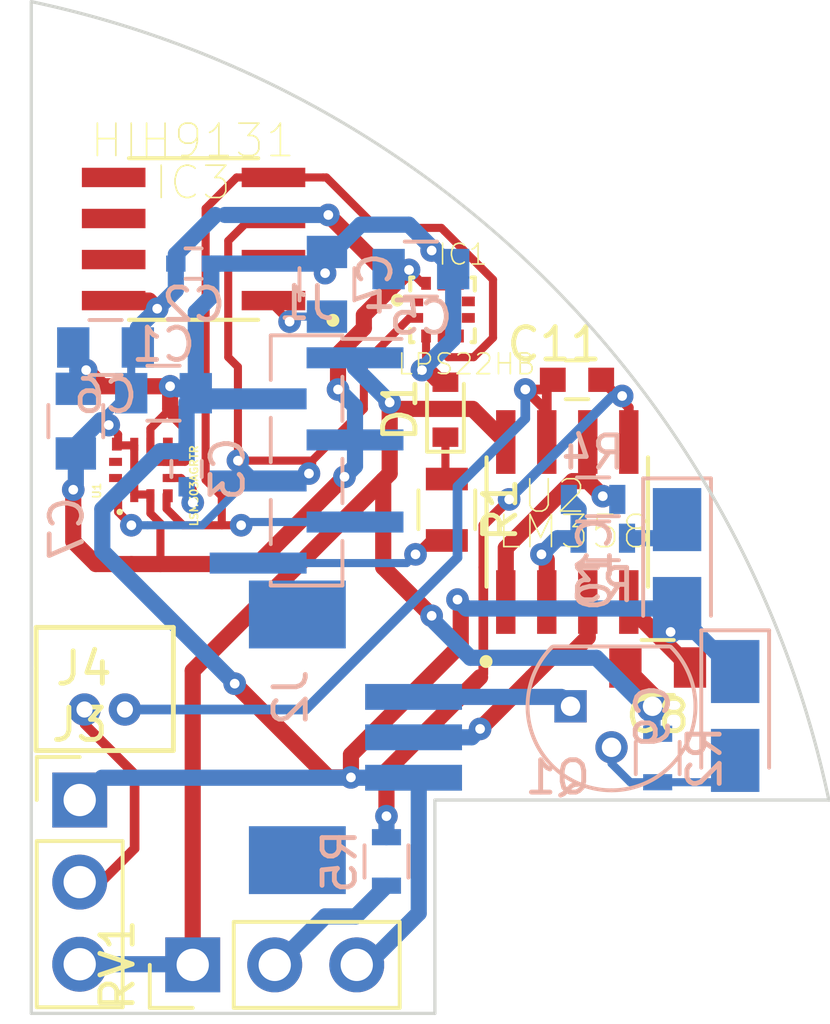
<source format=kicad_pcb>
(kicad_pcb (version 4) (host pcbnew 4.0.7)

  (general
    (links 63)
    (no_connects 0)
    (area 5.362981 7.9652 83.9621 50.761901)
    (thickness 1.6)
    (drawings 13)
    (tracks 310)
    (zones 0)
    (modules 27)
    (nets 30)
  )

  (page User 129.997 102.006)
  (layers
    (0 F.Cu signal)
    (31 B.Cu signal)
    (32 B.Adhes user hide)
    (33 F.Adhes user hide)
    (34 B.Paste user hide)
    (35 F.Paste user hide)
    (36 B.SilkS user hide)
    (37 F.SilkS user hide)
    (38 B.Mask user hide)
    (39 F.Mask user hide)
    (40 Dwgs.User user hide)
    (41 Cmts.User user hide)
    (42 Eco1.User user hide)
    (43 Eco2.User user hide)
    (44 Edge.Cuts user)
    (45 Margin user hide)
    (46 B.CrtYd user hide)
    (47 F.CrtYd user hide)
    (48 B.Fab user hide)
    (49 F.Fab user hide)
  )

  (setup
    (last_trace_width 0.25)
    (user_trace_width 0.203)
    (user_trace_width 0.3)
    (user_trace_width 0.4)
    (user_trace_width 0.5)
    (trace_clearance 0.203)
    (zone_clearance 0.203)
    (zone_45_only no)
    (trace_min 0.203)
    (segment_width 0.2)
    (edge_width 0.1)
    (via_size 0.7)
    (via_drill 0.3)
    (via_min_size 0.7)
    (via_min_drill 0.3)
    (uvia_size 0.3)
    (uvia_drill 0.1)
    (uvias_allowed no)
    (uvia_min_size 0.2)
    (uvia_min_drill 0.1)
    (pcb_text_width 0.3)
    (pcb_text_size 1.5 1.5)
    (mod_edge_width 0.15)
    (mod_text_size 1 1)
    (mod_text_width 0.15)
    (pad_size 0.4 0.25)
    (pad_drill 0)
    (pad_to_mask_clearance 0)
    (aux_axis_origin 13.5636 13.6652)
    (grid_origin 13.5636 13.6652)
    (visible_elements 7FFFFFFF)
    (pcbplotparams
      (layerselection 0x010fc_80000001)
      (usegerberextensions true)
      (excludeedgelayer true)
      (linewidth 0.100000)
      (plotframeref false)
      (viasonmask true)
      (mode 1)
      (useauxorigin false)
      (hpglpennumber 1)
      (hpglpenspeed 20)
      (hpglpendiameter 15)
      (hpglpenoverlay 2)
      (psnegative false)
      (psa4output false)
      (plotreference true)
      (plotvalue true)
      (plotinvisibletext false)
      (padsonsilk false)
      (subtractmaskfromsilk true)
      (outputformat 1)
      (mirror false)
      (drillshape 0)
      (scaleselection 1)
      (outputdirectory Fabrication/))
  )

  (net 0 "")
  (net 1 GND)
  (net 2 "Net-(C3-Pad1)")
  (net 3 "Net-(C4-Pad1)")
  (net 4 "Net-(D1-Pad1)")
  (net 5 /SDA)
  (net 6 /SCL)
  (net 7 /LED)
  (net 8 +3V3)
  (net 9 +5V)
  (net 10 "Net-(C9-Pad2)")
  (net 11 "Net-(C10-Pad1)")
  (net 12 "Net-(C11-Pad2)")
  (net 13 /GAMMA)
  (net 14 "Net-(IC1-Pad5)")
  (net 15 "Net-(IC1-Pad7)")
  (net 16 "Net-(IC1-Pad6)")
  (net 17 "Net-(IC1-Pad1)")
  (net 18 "Net-(IC3-Pad5)")
  (net 19 "Net-(IC3-Pad6)")
  (net 20 "Net-(IC3-Pad7)")
  (net 21 "Net-(J2-Pad3)")
  (net 22 "Net-(J2-Pad2)")
  (net 23 /UV)
  (net 24 "Net-(R3-Pad1)")
  (net 25 "Net-(R4-Pad1)")
  (net 26 "Net-(R5-Pad2)")
  (net 27 "Net-(U1-Pad7)")
  (net 28 "Net-(U1-Pad11)")
  (net 29 "Net-(U1-Pad12)")

  (net_class Default "Toto je výchozí třída sítě."
    (clearance 0.203)
    (trace_width 0.25)
    (via_dia 0.7)
    (via_drill 0.3)
    (uvia_dia 0.3)
    (uvia_drill 0.1)
    (add_net +3V3)
    (add_net +5V)
    (add_net /GAMMA)
    (add_net /LED)
    (add_net /SCL)
    (add_net /SDA)
    (add_net /UV)
    (add_net GND)
    (add_net "Net-(C10-Pad1)")
    (add_net "Net-(C11-Pad2)")
    (add_net "Net-(C3-Pad1)")
    (add_net "Net-(C4-Pad1)")
    (add_net "Net-(C9-Pad2)")
    (add_net "Net-(D1-Pad1)")
    (add_net "Net-(IC1-Pad1)")
    (add_net "Net-(IC1-Pad5)")
    (add_net "Net-(IC1-Pad6)")
    (add_net "Net-(IC1-Pad7)")
    (add_net "Net-(IC3-Pad5)")
    (add_net "Net-(IC3-Pad6)")
    (add_net "Net-(IC3-Pad7)")
    (add_net "Net-(J2-Pad2)")
    (add_net "Net-(J2-Pad3)")
    (add_net "Net-(R3-Pad1)")
    (add_net "Net-(R4-Pad1)")
    (add_net "Net-(R5-Pad2)")
    (add_net "Net-(U1-Pad11)")
    (add_net "Net-(U1-Pad12)")
    (add_net "Net-(U1-Pad7)")
  )

  (module CanSat:LSM303AGRTR (layer F.Cu) (tedit 5A5CA59D) (tstamp 5A6CA002)
    (at 17.0034 28.1538 90)
    (path /5A5BB296)
    (attr smd)
    (fp_text reference U1 (at -0.642811 -1.40767 90) (layer F.SilkS)
      (effects (font (size 0.240901 0.240901) (thickness 0.05)))
    )
    (fp_text value LSM303AGRTR (at -0.489169 1.60144 90) (layer F.SilkS)
      (effects (font (size 0.240578 0.240578) (thickness 0.05)))
    )
    (fp_line (start -1 -1) (end 1 -1) (layer Dwgs.User) (width 0.127))
    (fp_line (start 1 1) (end -1 1) (layer Dwgs.User) (width 0.127))
    (fp_line (start -1 1) (end -1 -1) (layer Dwgs.User) (width 0.127))
    (fp_line (start -1.275 -1.275) (end 1.275 -1.275) (layer Dwgs.User) (width 0.05))
    (fp_line (start 1.275 -1.275) (end 1.275 1.275) (layer Dwgs.User) (width 0.05))
    (fp_line (start 1.275 1.275) (end -1.275 1.275) (layer Dwgs.User) (width 0.05))
    (fp_line (start -1.275 1.275) (end -1.275 -1.275) (layer Dwgs.User) (width 0.05))
    (fp_line (start 1 1) (end 1 -1) (layer Dwgs.User) (width 0.127))
    (fp_circle (center -1.3 -0.7) (end -1.2 -0.7) (layer F.SilkS) (width 0))
    (fp_poly (pts (xy -1.02124 -0.96) (xy -0.5 -0.96) (xy -0.5 -0.540656) (xy -1.02124 -0.540656)) (layer F.Mask) (width 0.381))
    (fp_poly (pts (xy -1.02448 -0.46) (xy -0.5 -0.46) (xy -0.5 -0.040176) (xy -1.02448 -0.040176)) (layer F.Mask) (width 0.381))
    (fp_poly (pts (xy -1.0229 0.04) (xy -0.5 0.04) (xy -0.5 0.46131) (xy -1.0229 0.46131)) (layer F.Mask) (width 0.381))
    (fp_poly (pts (xy -1.02254 0.54) (xy -0.5 0.54) (xy -0.5 0.962383) (xy -1.02254 0.962383)) (layer F.Mask) (width 0.381))
    (fp_poly (pts (xy 0.507431 -0.96) (xy 1.025 -0.96) (xy 1.025 -0.5426) (xy 0.507431 -0.5426)) (layer F.Mask) (width 0.381))
    (fp_poly (pts (xy 0.505883 -0.46) (xy 1.025 -0.46) (xy 1.025 -0.04007) (xy 0.505883 -0.04007)) (layer F.Mask) (width 0.381))
    (fp_poly (pts (xy 0.505743 0.04) (xy 1.025 0.04) (xy 1.025 0.460677) (xy 0.505743 0.460677)) (layer F.Mask) (width 0.381))
    (fp_poly (pts (xy 0.506835 0.54) (xy 1.025 0.54) (xy 1.025 0.963489) (xy 0.506835 0.963489)) (layer F.Mask) (width 0.381))
    (fp_poly (pts (xy -0.460897 -1.02) (xy -0.04 -1.02) (xy -0.04 -0.500975) (xy -0.460897 -0.500975)) (layer F.Mask) (width 0.381))
    (fp_poly (pts (xy 0.040096 -1.02) (xy 0.46 -1.02) (xy 0.46 -0.501201) (xy 0.040096 -0.501201)) (layer F.Mask) (width 0.381))
    (fp_poly (pts (xy -0.461656 0.5) (xy -0.04 0.5) (xy -0.04 1.02367) (xy -0.461656 1.02367)) (layer F.Mask) (width 0.381))
    (fp_poly (pts (xy 0.040164 0.5) (xy 0.46 0.5) (xy 0.46 1.02419) (xy 0.040164 1.02419)) (layer F.Mask) (width 0.381))
    (pad 1 smd rect (at -0.76 -0.75 90) (size 0.4 0.3) (drill (offset -0.04 -0.04)) (layers F.Cu F.Paste F.Mask)
      (net 6 /SCL))
    (pad 2 smd rect (at -0.76 -0.25 90) (size 0.4 0.25) (drill (offset -0.035 0)) (layers F.Cu F.Paste F.Mask)
      (net 8 +3V3))
    (pad 3 smd rect (at -0.76 0.25 90) (size 0.4 0.25) (drill (offset -0.035 0)) (layers F.Cu F.Paste F.Mask)
      (net 8 +3V3))
    (pad 4 smd rect (at -0.76 0.75 90) (size 0.4 0.3) (drill (offset -0.04 0.04)) (layers F.Cu F.Paste F.Mask)
      (net 5 /SDA))
    (pad 5 smd rect (at -0.25 0.76 180) (size 0.4 0.25) (drill (offset -0.07 0)) (layers F.Cu F.Paste F.Mask)
      (net 2 "Net-(C3-Pad1)"))
    (pad 6 smd rect (at 0.25 0.76 180) (size 0.4 0.25) (drill (offset -0.07 0)) (layers F.Cu F.Paste F.Mask)
      (net 1 GND))
    (pad 7 smd rect (at 0.76 0.75 90) (size 0.4 0.3) (drill (offset 0.04 0.04)) (layers F.Cu F.Paste F.Mask)
      (net 27 "Net-(U1-Pad7)"))
    (pad 8 smd rect (at 0.76 0.25 90) (size 0.4 0.25) (drill (offset 0.035 0)) (layers F.Cu F.Paste F.Mask)
      (net 1 GND))
    (pad 9 smd rect (at 0.76 -0.25 90) (size 0.4 0.25) (drill (offset 0.035 0)) (layers F.Cu F.Paste F.Mask)
      (net 8 +3V3))
    (pad 10 smd rect (at 0.76 -0.75 90) (size 0.4 0.3) (drill (offset 0.04 -0.04)) (layers F.Cu F.Paste F.Mask)
      (net 8 +3V3))
    (pad 11 smd rect (at 0.25 -0.76 180) (size 0.4 0.25) (drill (offset 0.07 0)) (layers F.Cu F.Paste F.Mask)
      (net 28 "Net-(U1-Pad11)"))
    (pad 12 smd rect (at -0.25 -0.76 180) (size 0.4 0.25) (drill (offset 0.07 0)) (layers F.Cu F.Paste F.Mask)
      (net 29 "Net-(U1-Pad12)"))
  )

  (module Capacitors_SMD:C_0805 (layer B.Cu) (tedit 58AA8463) (tstamp 5A5BA0BE)
    (at 17.6586 25.7802 180)
    (descr "Capacitor SMD 0805, reflow soldering, AVX (see smccp.pdf)")
    (tags "capacitor 0805")
    (path /5A4CC8D9)
    (attr smd)
    (fp_text reference C1 (at 0 1.5 180) (layer B.SilkS)
      (effects (font (size 1 1) (thickness 0.15)) (justify mirror))
    )
    (fp_text value "100 nF" (at 0 -1.75 180) (layer B.Fab)
      (effects (font (size 1 1) (thickness 0.15)) (justify mirror))
    )
    (fp_text user %R (at 0 1.5 180) (layer B.Fab)
      (effects (font (size 1 1) (thickness 0.15)) (justify mirror))
    )
    (fp_line (start -1 -0.62) (end -1 0.62) (layer B.Fab) (width 0.1))
    (fp_line (start 1 -0.62) (end -1 -0.62) (layer B.Fab) (width 0.1))
    (fp_line (start 1 0.62) (end 1 -0.62) (layer B.Fab) (width 0.1))
    (fp_line (start -1 0.62) (end 1 0.62) (layer B.Fab) (width 0.1))
    (fp_line (start 0.5 0.85) (end -0.5 0.85) (layer B.SilkS) (width 0.12))
    (fp_line (start -0.5 -0.85) (end 0.5 -0.85) (layer B.SilkS) (width 0.12))
    (fp_line (start -1.75 0.88) (end 1.75 0.88) (layer B.CrtYd) (width 0.05))
    (fp_line (start -1.75 0.88) (end -1.75 -0.87) (layer B.CrtYd) (width 0.05))
    (fp_line (start 1.75 -0.87) (end 1.75 0.88) (layer B.CrtYd) (width 0.05))
    (fp_line (start 1.75 -0.87) (end -1.75 -0.87) (layer B.CrtYd) (width 0.05))
    (pad 1 smd rect (at -1 0 180) (size 1 1.25) (layers B.Cu B.Paste B.Mask)
      (net 1 GND))
    (pad 2 smd rect (at 1 0 180) (size 1 1.25) (layers B.Cu B.Paste B.Mask)
      (net 8 +3V3))
    (model Capacitors_SMD.3dshapes/C_0805.wrl
      (at (xyz 0 0 0))
      (scale (xyz 1 1 1))
      (rotate (xyz 0 0 0))
    )
  )

  (module Capacitors_SMD:C_0402 (layer B.Cu) (tedit 58AA841A) (tstamp 5A5BA0CF)
    (at 18.59 21.77)
    (descr "Capacitor SMD 0402, reflow soldering, AVX (see smccp.pdf)")
    (tags "capacitor 0402")
    (path /5A4CC89B)
    (attr smd)
    (fp_text reference C2 (at 0 1.27) (layer B.SilkS)
      (effects (font (size 1 1) (thickness 0.15)) (justify mirror))
    )
    (fp_text value "0.22 uF" (at 0 -1.27) (layer B.Fab)
      (effects (font (size 1 1) (thickness 0.15)) (justify mirror))
    )
    (fp_text user %R (at 0 1.27) (layer B.Fab)
      (effects (font (size 1 1) (thickness 0.15)) (justify mirror))
    )
    (fp_line (start -0.5 -0.25) (end -0.5 0.25) (layer B.Fab) (width 0.1))
    (fp_line (start 0.5 -0.25) (end -0.5 -0.25) (layer B.Fab) (width 0.1))
    (fp_line (start 0.5 0.25) (end 0.5 -0.25) (layer B.Fab) (width 0.1))
    (fp_line (start -0.5 0.25) (end 0.5 0.25) (layer B.Fab) (width 0.1))
    (fp_line (start 0.25 0.47) (end -0.25 0.47) (layer B.SilkS) (width 0.12))
    (fp_line (start -0.25 -0.47) (end 0.25 -0.47) (layer B.SilkS) (width 0.12))
    (fp_line (start -1 0.4) (end 1 0.4) (layer B.CrtYd) (width 0.05))
    (fp_line (start -1 0.4) (end -1 -0.4) (layer B.CrtYd) (width 0.05))
    (fp_line (start 1 -0.4) (end 1 0.4) (layer B.CrtYd) (width 0.05))
    (fp_line (start 1 -0.4) (end -1 -0.4) (layer B.CrtYd) (width 0.05))
    (pad 1 smd rect (at -0.55 0) (size 0.6 0.5) (layers B.Cu B.Paste B.Mask)
      (net 8 +3V3))
    (pad 2 smd rect (at 0.55 0) (size 0.6 0.5) (layers B.Cu B.Paste B.Mask)
      (net 1 GND))
    (model Capacitors_SMD.3dshapes/C_0402.wrl
      (at (xyz 0 0 0))
      (scale (xyz 1 1 1))
      (rotate (xyz 0 0 0))
    )
  )

  (module Capacitors_SMD:C_0402 (layer B.Cu) (tedit 58AA841A) (tstamp 5A5BA0E0)
    (at 18.3734 28.1238 90)
    (descr "Capacitor SMD 0402, reflow soldering, AVX (see smccp.pdf)")
    (tags "capacitor 0402")
    (path /5A4CC8DA)
    (attr smd)
    (fp_text reference C3 (at 0 1.27 90) (layer B.SilkS)
      (effects (font (size 1 1) (thickness 0.15)) (justify mirror))
    )
    (fp_text value "0.22 uF" (at 0 -1.27 90) (layer B.Fab)
      (effects (font (size 1 1) (thickness 0.15)) (justify mirror))
    )
    (fp_text user %R (at 0 1.27 90) (layer B.Fab)
      (effects (font (size 1 1) (thickness 0.15)) (justify mirror))
    )
    (fp_line (start -0.5 -0.25) (end -0.5 0.25) (layer B.Fab) (width 0.1))
    (fp_line (start 0.5 -0.25) (end -0.5 -0.25) (layer B.Fab) (width 0.1))
    (fp_line (start 0.5 0.25) (end 0.5 -0.25) (layer B.Fab) (width 0.1))
    (fp_line (start -0.5 0.25) (end 0.5 0.25) (layer B.Fab) (width 0.1))
    (fp_line (start 0.25 0.47) (end -0.25 0.47) (layer B.SilkS) (width 0.12))
    (fp_line (start -0.25 -0.47) (end 0.25 -0.47) (layer B.SilkS) (width 0.12))
    (fp_line (start -1 0.4) (end 1 0.4) (layer B.CrtYd) (width 0.05))
    (fp_line (start -1 0.4) (end -1 -0.4) (layer B.CrtYd) (width 0.05))
    (fp_line (start 1 -0.4) (end 1 0.4) (layer B.CrtYd) (width 0.05))
    (fp_line (start 1 -0.4) (end -1 -0.4) (layer B.CrtYd) (width 0.05))
    (pad 1 smd rect (at -0.55 0 90) (size 0.6 0.5) (layers B.Cu B.Paste B.Mask)
      (net 2 "Net-(C3-Pad1)"))
    (pad 2 smd rect (at 0.55 0 90) (size 0.6 0.5) (layers B.Cu B.Paste B.Mask)
      (net 1 GND))
    (model Capacitors_SMD.3dshapes/C_0402.wrl
      (at (xyz 0 0 0))
      (scale (xyz 1 1 1))
      (rotate (xyz 0 0 0))
    )
  )

  (module Capacitors_SMD:C_0805 (layer B.Cu) (tedit 58AA8463) (tstamp 5A5BA0F1)
    (at 22.72 22.41 90)
    (descr "Capacitor SMD 0805, reflow soldering, AVX (see smccp.pdf)")
    (tags "capacitor 0805")
    (path /5A4CC89C)
    (attr smd)
    (fp_text reference C4 (at 0 1.5 90) (layer B.SilkS)
      (effects (font (size 1 1) (thickness 0.15)) (justify mirror))
    )
    (fp_text value "100 nF" (at 0 -1.75 90) (layer B.Fab)
      (effects (font (size 1 1) (thickness 0.15)) (justify mirror))
    )
    (fp_text user %R (at 0 1.5 90) (layer B.Fab)
      (effects (font (size 1 1) (thickness 0.15)) (justify mirror))
    )
    (fp_line (start -1 -0.62) (end -1 0.62) (layer B.Fab) (width 0.1))
    (fp_line (start 1 -0.62) (end -1 -0.62) (layer B.Fab) (width 0.1))
    (fp_line (start 1 0.62) (end 1 -0.62) (layer B.Fab) (width 0.1))
    (fp_line (start -1 0.62) (end 1 0.62) (layer B.Fab) (width 0.1))
    (fp_line (start 0.5 0.85) (end -0.5 0.85) (layer B.SilkS) (width 0.12))
    (fp_line (start -0.5 -0.85) (end 0.5 -0.85) (layer B.SilkS) (width 0.12))
    (fp_line (start -1.75 0.88) (end 1.75 0.88) (layer B.CrtYd) (width 0.05))
    (fp_line (start -1.75 0.88) (end -1.75 -0.87) (layer B.CrtYd) (width 0.05))
    (fp_line (start 1.75 -0.87) (end 1.75 0.88) (layer B.CrtYd) (width 0.05))
    (fp_line (start 1.75 -0.87) (end -1.75 -0.87) (layer B.CrtYd) (width 0.05))
    (pad 1 smd rect (at -1 0 90) (size 1 1.25) (layers B.Cu B.Paste B.Mask)
      (net 3 "Net-(C4-Pad1)"))
    (pad 2 smd rect (at 1 0 90) (size 1 1.25) (layers B.Cu B.Paste B.Mask)
      (net 1 GND))
    (model Capacitors_SMD.3dshapes/C_0805.wrl
      (at (xyz 0 0 0))
      (scale (xyz 1 1 1))
      (rotate (xyz 0 0 0))
    )
  )

  (module Capacitors_SMD:C_0805 (layer B.Cu) (tedit 5A76205C) (tstamp 5A5BA102)
    (at 25.63 21.94)
    (descr "Capacitor SMD 0805, reflow soldering, AVX (see smccp.pdf)")
    (tags "capacitor 0805")
    (path /5A4CC8A4)
    (attr smd)
    (fp_text reference C5 (at 0 1.5) (layer B.SilkS)
      (effects (font (size 1 1) (thickness 0.15)) (justify mirror))
    )
    (fp_text value "100 nF" (at -0.3664 -1.2748) (layer B.Fab)
      (effects (font (size 1 1) (thickness 0.15)) (justify mirror))
    )
    (fp_text user %R (at 0 1.5) (layer B.Fab)
      (effects (font (size 1 1) (thickness 0.15)) (justify mirror))
    )
    (fp_line (start -1 -0.62) (end -1 0.62) (layer B.Fab) (width 0.1))
    (fp_line (start 1 -0.62) (end -1 -0.62) (layer B.Fab) (width 0.1))
    (fp_line (start 1 0.62) (end 1 -0.62) (layer B.Fab) (width 0.1))
    (fp_line (start -1 0.62) (end 1 0.62) (layer B.Fab) (width 0.1))
    (fp_line (start 0.5 0.85) (end -0.5 0.85) (layer B.SilkS) (width 0.12))
    (fp_line (start -0.5 -0.85) (end 0.5 -0.85) (layer B.SilkS) (width 0.12))
    (fp_line (start -1.75 0.88) (end 1.75 0.88) (layer B.CrtYd) (width 0.05))
    (fp_line (start -1.75 0.88) (end -1.75 -0.87) (layer B.CrtYd) (width 0.05))
    (fp_line (start 1.75 -0.87) (end 1.75 0.88) (layer B.CrtYd) (width 0.05))
    (fp_line (start 1.75 -0.87) (end -1.75 -0.87) (layer B.CrtYd) (width 0.05))
    (pad 1 smd rect (at -1 0) (size 1 1.25) (layers B.Cu B.Paste B.Mask)
      (net 8 +3V3))
    (pad 2 smd rect (at 1 0) (size 1 1.25) (layers B.Cu B.Paste B.Mask)
      (net 1 GND))
    (model Capacitors_SMD.3dshapes/C_0805.wrl
      (at (xyz 0 0 0))
      (scale (xyz 1 1 1))
      (rotate (xyz 0 0 0))
    )
  )

  (module Capacitors_SMD:C_0805 (layer B.Cu) (tedit 58AA8463) (tstamp 5A5BA113)
    (at 15.8636 24.3652)
    (descr "Capacitor SMD 0805, reflow soldering, AVX (see smccp.pdf)")
    (tags "capacitor 0805")
    (path /5A4CC8D8)
    (attr smd)
    (fp_text reference C6 (at 0 1.5) (layer B.SilkS)
      (effects (font (size 1 1) (thickness 0.15)) (justify mirror))
    )
    (fp_text value "10 uF" (at 0 -1.75) (layer B.Fab)
      (effects (font (size 1 1) (thickness 0.15)) (justify mirror))
    )
    (fp_text user %R (at 0 1.5) (layer B.Fab)
      (effects (font (size 1 1) (thickness 0.15)) (justify mirror))
    )
    (fp_line (start -1 -0.62) (end -1 0.62) (layer B.Fab) (width 0.1))
    (fp_line (start 1 -0.62) (end -1 -0.62) (layer B.Fab) (width 0.1))
    (fp_line (start 1 0.62) (end 1 -0.62) (layer B.Fab) (width 0.1))
    (fp_line (start -1 0.62) (end 1 0.62) (layer B.Fab) (width 0.1))
    (fp_line (start 0.5 0.85) (end -0.5 0.85) (layer B.SilkS) (width 0.12))
    (fp_line (start -0.5 -0.85) (end 0.5 -0.85) (layer B.SilkS) (width 0.12))
    (fp_line (start -1.75 0.88) (end 1.75 0.88) (layer B.CrtYd) (width 0.05))
    (fp_line (start -1.75 0.88) (end -1.75 -0.87) (layer B.CrtYd) (width 0.05))
    (fp_line (start 1.75 -0.87) (end 1.75 0.88) (layer B.CrtYd) (width 0.05))
    (fp_line (start 1.75 -0.87) (end -1.75 -0.87) (layer B.CrtYd) (width 0.05))
    (pad 1 smd rect (at -1 0) (size 1 1.25) (layers B.Cu B.Paste B.Mask)
      (net 1 GND))
    (pad 2 smd rect (at 1 0) (size 1 1.25) (layers B.Cu B.Paste B.Mask)
      (net 8 +3V3))
    (model Capacitors_SMD.3dshapes/C_0805.wrl
      (at (xyz 0 0 0))
      (scale (xyz 1 1 1))
      (rotate (xyz 0 0 0))
    )
  )

  (module Diodes_SMD:D_0603 (layer F.Cu) (tedit 590CE922) (tstamp 5A5BA12B)
    (at 26.39 26.29 90)
    (descr "Diode SMD in 0603 package http://datasheets.avx.com/schottky.pdf")
    (tags "smd diode")
    (path /5A4CC8A7)
    (attr smd)
    (fp_text reference D1 (at 0 -1.4 90) (layer F.SilkS)
      (effects (font (size 1 1) (thickness 0.15)))
    )
    (fp_text value LED (at 0 1.4 90) (layer F.Fab)
      (effects (font (size 1 1) (thickness 0.15)))
    )
    (fp_text user %R (at 0 -1.4 90) (layer F.Fab)
      (effects (font (size 1 1) (thickness 0.15)))
    )
    (fp_line (start -1.3 -0.57) (end -1.3 0.57) (layer F.SilkS) (width 0.12))
    (fp_line (start 1.4 0.67) (end 1.4 -0.67) (layer F.CrtYd) (width 0.05))
    (fp_line (start -1.4 0.67) (end 1.4 0.67) (layer F.CrtYd) (width 0.05))
    (fp_line (start -1.4 -0.67) (end -1.4 0.67) (layer F.CrtYd) (width 0.05))
    (fp_line (start 1.4 -0.67) (end -1.4 -0.67) (layer F.CrtYd) (width 0.05))
    (fp_line (start 0.2 0) (end 0.4 0) (layer F.Fab) (width 0.1))
    (fp_line (start -0.1 0) (end -0.3 0) (layer F.Fab) (width 0.1))
    (fp_line (start -0.1 -0.2) (end -0.1 0.2) (layer F.Fab) (width 0.1))
    (fp_line (start 0.2 0.2) (end 0.2 -0.2) (layer F.Fab) (width 0.1))
    (fp_line (start -0.1 0) (end 0.2 0.2) (layer F.Fab) (width 0.1))
    (fp_line (start 0.2 -0.2) (end -0.1 0) (layer F.Fab) (width 0.1))
    (fp_line (start -0.8 0.45) (end -0.8 -0.45) (layer F.Fab) (width 0.1))
    (fp_line (start 0.8 0.45) (end -0.8 0.45) (layer F.Fab) (width 0.1))
    (fp_line (start 0.8 -0.45) (end 0.8 0.45) (layer F.Fab) (width 0.1))
    (fp_line (start -0.8 -0.45) (end 0.8 -0.45) (layer F.Fab) (width 0.1))
    (fp_line (start -1.3 0.57) (end 0.8 0.57) (layer F.SilkS) (width 0.12))
    (fp_line (start -1.3 -0.57) (end 0.8 -0.57) (layer F.SilkS) (width 0.12))
    (pad 1 smd rect (at -0.85 0 90) (size 0.6 0.8) (layers F.Cu F.Paste F.Mask)
      (net 4 "Net-(D1-Pad1)"))
    (pad 2 smd rect (at 0.85 0 90) (size 0.6 0.8) (layers F.Cu F.Paste F.Mask)
      (net 1 GND))
    (model ${KISYS3DMOD}/Diodes_SMD.3dshapes/D_0603.wrl
      (at (xyz 0 0 0))
      (scale (xyz 1 1 1))
      (rotate (xyz 0 0 0))
    )
  )

  (module LPS22HB:LGA10R50P2X3_200X200X80 (layer F.Cu) (tedit 5A7223C7) (tstamp 5A5BA146)
    (at 26.3 23.2)
    (path /5A4CC8A3)
    (attr smd)
    (fp_text reference IC1 (at 0.6277 -1.71214) (layer F.SilkS)
      (effects (font (size 0.642151 0.642151) (thickness 0.05)))
    )
    (fp_text value LPS22HB (at 0.74 1.68) (layer F.SilkS)
      (effects (font (size 0.64173 0.64173) (thickness 0.05)))
    )
    (fp_line (start -0.9 -1) (end -1 -1) (layer F.SilkS) (width 0.127))
    (fp_line (start -1 -1) (end -1 -0.6) (layer F.SilkS) (width 0.127))
    (fp_line (start 0.9 1) (end 1 1) (layer F.SilkS) (width 0.127))
    (fp_line (start 1 1) (end 1 0.6) (layer F.SilkS) (width 0.127))
    (fp_line (start 1 -1) (end 1 -0.6) (layer F.SilkS) (width 0.127))
    (fp_line (start -0.9 1) (end -1 1) (layer F.SilkS) (width 0.127))
    (fp_line (start -1 0.6) (end -1 1) (layer F.SilkS) (width 0.127))
    (fp_line (start 1 -1) (end 0.9 -1) (layer F.SilkS) (width 0.127))
    (fp_line (start -1.3 -1.3) (end 1.3 -1.3) (layer Dwgs.User) (width 0.05))
    (fp_line (start 1.3 -1.3) (end 1.3 1.3) (layer Dwgs.User) (width 0.05))
    (fp_line (start 1.3 1.3) (end -1.3 1.3) (layer Dwgs.User) (width 0.05))
    (fp_line (start -1.3 1.3) (end -1.3 -1.3) (layer Dwgs.User) (width 0.05))
    (fp_circle (center -1.4 -0.3) (end -1.3 -0.3) (layer F.SilkS) (width 0.2))
    (pad 3 smd rect (at -0.51 0.81 90) (size 0.4 0.3) (layers F.Cu F.Paste F.Mask)
      (net 1 GND))
    (pad 4 smd rect (at 0 0.8 90) (size 0.4 0.3) (layers F.Cu F.Paste F.Mask)
      (net 5 /SDA))
    (pad 5 smd rect (at 0.51 0.81 90) (size 0.4 0.3) (layers F.Cu F.Paste F.Mask)
      (net 14 "Net-(IC1-Pad5)"))
    (pad 7 smd rect (at 0.8 -0.26 180) (size 0.4 0.3) (layers F.Cu F.Paste F.Mask)
      (net 15 "Net-(IC1-Pad7)"))
    (pad 6 smd rect (at 0.8 0.25 180) (size 0.4 0.3) (layers F.Cu F.Paste F.Mask)
      (net 16 "Net-(IC1-Pad6)"))
    (pad 8 smd rect (at 0.51 -0.82 270) (size 0.4 0.3) (layers F.Cu F.Paste F.Mask)
      (net 1 GND))
    (pad 9 smd rect (at 0 -0.8 270) (size 0.4 0.3) (layers F.Cu F.Paste F.Mask)
      (net 1 GND))
    (pad 10 smd rect (at -0.51 -0.82 270) (size 0.4 0.3) (layers F.Cu F.Paste F.Mask)
      (net 8 +3V3))
    (pad 2 smd rect (at -0.8 0.25) (size 0.4 0.3) (layers F.Cu F.Paste F.Mask)
      (net 6 /SCL))
    (pad 1 smd rect (at -0.8 -0.26) (size 0.4 0.3) (layers F.Cu F.Paste F.Mask)
      (net 17 "Net-(IC1-Pad1)"))
  )

  (module Resistors_SMD:R_0805 (layer F.Cu) (tedit 58E0A804) (tstamp 5A5BA1C0)
    (at 26.4336 29.3852 270)
    (descr "Resistor SMD 0805, reflow soldering, Vishay (see dcrcw.pdf)")
    (tags "resistor 0805")
    (path /5A51DC75)
    (attr smd)
    (fp_text reference R1 (at 0 -1.65 270) (layer F.SilkS)
      (effects (font (size 1 1) (thickness 0.15)))
    )
    (fp_text value 150 (at 0 1.75 270) (layer F.Fab)
      (effects (font (size 1 1) (thickness 0.15)))
    )
    (fp_text user %R (at 0 0 270) (layer F.Fab)
      (effects (font (size 0.5 0.5) (thickness 0.075)))
    )
    (fp_line (start -1 0.62) (end -1 -0.62) (layer F.Fab) (width 0.1))
    (fp_line (start 1 0.62) (end -1 0.62) (layer F.Fab) (width 0.1))
    (fp_line (start 1 -0.62) (end 1 0.62) (layer F.Fab) (width 0.1))
    (fp_line (start -1 -0.62) (end 1 -0.62) (layer F.Fab) (width 0.1))
    (fp_line (start 0.6 0.88) (end -0.6 0.88) (layer F.SilkS) (width 0.12))
    (fp_line (start -0.6 -0.88) (end 0.6 -0.88) (layer F.SilkS) (width 0.12))
    (fp_line (start -1.55 -0.9) (end 1.55 -0.9) (layer F.CrtYd) (width 0.05))
    (fp_line (start -1.55 -0.9) (end -1.55 0.9) (layer F.CrtYd) (width 0.05))
    (fp_line (start 1.55 0.9) (end 1.55 -0.9) (layer F.CrtYd) (width 0.05))
    (fp_line (start 1.55 0.9) (end -1.55 0.9) (layer F.CrtYd) (width 0.05))
    (pad 1 smd rect (at -0.95 0 270) (size 0.7 1.3) (layers F.Cu F.Paste F.Mask)
      (net 4 "Net-(D1-Pad1)"))
    (pad 2 smd rect (at 0.95 0 270) (size 0.7 1.3) (layers F.Cu F.Paste F.Mask)
      (net 7 /LED))
    (model ${KISYS3DMOD}/Resistors_SMD.3dshapes/R_0805.wrl
      (at (xyz 0 0 0))
      (scale (xyz 1 1 1))
      (rotate (xyz 0 0 0))
    )
  )

  (module Capacitors_SMD:C_0805 (layer B.Cu) (tedit 5A76202F) (tstamp 5A61491E)
    (at 14.9434 26.6438 270)
    (descr "Capacitor SMD 0805, reflow soldering, AVX (see smccp.pdf)")
    (tags "capacitor 0805")
    (path /5A5BB4B9)
    (attr smd)
    (fp_text reference C7 (at 3.3214 0.2798 270) (layer B.SilkS)
      (effects (font (size 1 1) (thickness 0.15)) (justify mirror))
    )
    (fp_text value "100 nF" (at 0 -1.75 270) (layer B.Fab)
      (effects (font (size 1 1) (thickness 0.15)) (justify mirror))
    )
    (fp_text user %R (at 0 1.5 270) (layer B.Fab)
      (effects (font (size 1 1) (thickness 0.15)) (justify mirror))
    )
    (fp_line (start -1 -0.62) (end -1 0.62) (layer B.Fab) (width 0.1))
    (fp_line (start 1 -0.62) (end -1 -0.62) (layer B.Fab) (width 0.1))
    (fp_line (start 1 0.62) (end 1 -0.62) (layer B.Fab) (width 0.1))
    (fp_line (start -1 0.62) (end 1 0.62) (layer B.Fab) (width 0.1))
    (fp_line (start 0.5 0.85) (end -0.5 0.85) (layer B.SilkS) (width 0.12))
    (fp_line (start -0.5 -0.85) (end 0.5 -0.85) (layer B.SilkS) (width 0.12))
    (fp_line (start -1.75 0.88) (end 1.75 0.88) (layer B.CrtYd) (width 0.05))
    (fp_line (start -1.75 0.88) (end -1.75 -0.87) (layer B.CrtYd) (width 0.05))
    (fp_line (start 1.75 -0.87) (end 1.75 0.88) (layer B.CrtYd) (width 0.05))
    (fp_line (start 1.75 -0.87) (end -1.75 -0.87) (layer B.CrtYd) (width 0.05))
    (pad 1 smd rect (at -1 0 270) (size 1 1.25) (layers B.Cu B.Paste B.Mask)
      (net 1 GND))
    (pad 2 smd rect (at 1 0 270) (size 1 1.25) (layers B.Cu B.Paste B.Mask)
      (net 8 +3V3))
    (model Capacitors_SMD.3dshapes/C_0805.wrl
      (at (xyz 0 0 0))
      (scale (xyz 1 1 1))
      (rotate (xyz 0 0 0))
    )
  )

  (module SOIC127P600X175-8N:SOIC127P600X175-8N (layer F.Cu) (tedit 5A762025) (tstamp 5A61491F)
    (at 18.59 21.01 180)
    (path /5A4CC89A)
    (attr smd)
    (fp_text reference IC3 (at 0.0264 1.7448 180) (layer F.SilkS)
      (effects (font (size 1 1) (thickness 0.05)))
    )
    (fp_text value HIH9131 (at 0.0264 3.0448 180) (layer F.SilkS)
      (effects (font (size 1 1) (thickness 0.05)))
    )
    (fp_circle (center -4.315 -2.515) (end -4.115 -2.515) (layer F.SilkS) (width 0))
    (fp_circle (center -4.315 -2.515) (end -4.115 -2.515) (layer Dwgs.User) (width 0))
    (fp_line (start -2 -2.5) (end 2 -2.5) (layer Dwgs.User) (width 0.127))
    (fp_line (start -2 2.5) (end 2 2.5) (layer Dwgs.User) (width 0.127))
    (fp_line (start -2 -2.5) (end 2 -2.5) (layer F.SilkS) (width 0.127))
    (fp_line (start -2 2.5) (end 2 2.5) (layer F.SilkS) (width 0.127))
    (fp_line (start -2 -2.5) (end -2 2.5) (layer Dwgs.User) (width 0.127))
    (fp_line (start 2 -2.5) (end 2 2.5) (layer Dwgs.User) (width 0.127))
    (fp_line (start -3.71 -2.75) (end 3.71 -2.75) (layer Dwgs.User) (width 0.05))
    (fp_line (start -3.71 2.75) (end 3.71 2.75) (layer Dwgs.User) (width 0.05))
    (fp_line (start -3.71 -2.75) (end -3.71 2.75) (layer Dwgs.User) (width 0.05))
    (fp_line (start 3.71 -2.75) (end 3.71 2.75) (layer Dwgs.User) (width 0.05))
    (pad 1 smd rect (at -2.475 -1.905 180) (size 1.97 0.6) (layers F.Cu F.Paste F.Mask)
      (net 3 "Net-(C4-Pad1)"))
    (pad 2 smd rect (at -2.475 -0.635 180) (size 1.97 0.6) (layers F.Cu F.Paste F.Mask)
      (net 1 GND))
    (pad 3 smd rect (at -2.475 0.635 180) (size 1.97 0.6) (layers F.Cu F.Paste F.Mask)
      (net 6 /SCL))
    (pad 4 smd rect (at -2.475 1.905 180) (size 1.97 0.6) (layers F.Cu F.Paste F.Mask)
      (net 5 /SDA))
    (pad 5 smd rect (at 2.475 1.905 180) (size 1.97 0.6) (layers F.Cu F.Paste F.Mask)
      (net 18 "Net-(IC3-Pad5)"))
    (pad 6 smd rect (at 2.475 0.635 180) (size 1.97 0.6) (layers F.Cu F.Paste F.Mask)
      (net 19 "Net-(IC3-Pad6)"))
    (pad 7 smd rect (at 2.475 -0.635 180) (size 1.97 0.6) (layers F.Cu F.Paste F.Mask)
      (net 20 "Net-(IC3-Pad7)"))
    (pad 8 smd rect (at 2.475 -1.905 180) (size 1.97 0.6) (layers F.Cu F.Paste F.Mask)
      (net 8 +3V3))
  )

  (module Capacitors_SMD:C_0805 (layer F.Cu) (tedit 58AA8463) (tstamp 5A75F132)
    (at 32.9636 34.2652 180)
    (descr "Capacitor SMD 0805, reflow soldering, AVX (see smccp.pdf)")
    (tags "capacitor 0805")
    (path /5A74DD69)
    (attr smd)
    (fp_text reference C8 (at 0 -1.5 180) (layer F.SilkS)
      (effects (font (size 1 1) (thickness 0.15)))
    )
    (fp_text value "100 nF" (at 0 1.75 180) (layer F.Fab)
      (effects (font (size 1 1) (thickness 0.15)))
    )
    (fp_text user %R (at 0 -1.5 180) (layer F.Fab)
      (effects (font (size 1 1) (thickness 0.15)))
    )
    (fp_line (start -1 0.62) (end -1 -0.62) (layer F.Fab) (width 0.1))
    (fp_line (start 1 0.62) (end -1 0.62) (layer F.Fab) (width 0.1))
    (fp_line (start 1 -0.62) (end 1 0.62) (layer F.Fab) (width 0.1))
    (fp_line (start -1 -0.62) (end 1 -0.62) (layer F.Fab) (width 0.1))
    (fp_line (start 0.5 -0.85) (end -0.5 -0.85) (layer F.SilkS) (width 0.12))
    (fp_line (start -0.5 0.85) (end 0.5 0.85) (layer F.SilkS) (width 0.12))
    (fp_line (start -1.75 -0.88) (end 1.75 -0.88) (layer F.CrtYd) (width 0.05))
    (fp_line (start -1.75 -0.88) (end -1.75 0.87) (layer F.CrtYd) (width 0.05))
    (fp_line (start 1.75 0.87) (end 1.75 -0.88) (layer F.CrtYd) (width 0.05))
    (fp_line (start 1.75 0.87) (end -1.75 0.87) (layer F.CrtYd) (width 0.05))
    (pad 1 smd rect (at -1 0 180) (size 1 1.25) (layers F.Cu F.Paste F.Mask)
      (net 1 GND))
    (pad 2 smd rect (at 1 0 180) (size 1 1.25) (layers F.Cu F.Paste F.Mask)
      (net 9 +5V))
    (model Capacitors_SMD.3dshapes/C_0805.wrl
      (at (xyz 0 0 0))
      (scale (xyz 1 1 1))
      (rotate (xyz 0 0 0))
    )
  )

  (module Capacitors_Tantalum_SMD:CP_Tantalum_Case-A_EIA-3216-18_Reflow (layer B.Cu) (tedit 5A76203F) (tstamp 5A75F146)
    (at 35.3636 35.7652 270)
    (descr "Tantalum capacitor, Case A, EIA 3216-18, 3.2x1.6x1.6mm, Reflow soldering footprint")
    (tags "capacitor tantalum smd")
    (path /5A74DAE7)
    (attr smd)
    (fp_text reference C9 (at 0 2.55 270) (layer B.SilkS)
      (effects (font (size 1 1) (thickness 0.15)) (justify mirror))
    )
    (fp_text value "100 uF" (at 0.2 -1.5 270) (layer B.Fab)
      (effects (font (size 1 1) (thickness 0.15)) (justify mirror))
    )
    (fp_text user %R (at 0 0 270) (layer B.Fab)
      (effects (font (size 0.7 0.7) (thickness 0.105)) (justify mirror))
    )
    (fp_line (start -2.75 1.2) (end -2.75 -1.2) (layer B.CrtYd) (width 0.05))
    (fp_line (start -2.75 -1.2) (end 2.75 -1.2) (layer B.CrtYd) (width 0.05))
    (fp_line (start 2.75 -1.2) (end 2.75 1.2) (layer B.CrtYd) (width 0.05))
    (fp_line (start 2.75 1.2) (end -2.75 1.2) (layer B.CrtYd) (width 0.05))
    (fp_line (start -1.6 0.8) (end -1.6 -0.8) (layer B.Fab) (width 0.1))
    (fp_line (start -1.6 -0.8) (end 1.6 -0.8) (layer B.Fab) (width 0.1))
    (fp_line (start 1.6 -0.8) (end 1.6 0.8) (layer B.Fab) (width 0.1))
    (fp_line (start 1.6 0.8) (end -1.6 0.8) (layer B.Fab) (width 0.1))
    (fp_line (start -1.28 0.8) (end -1.28 -0.8) (layer B.Fab) (width 0.1))
    (fp_line (start -1.12 0.8) (end -1.12 -0.8) (layer B.Fab) (width 0.1))
    (fp_line (start -2.65 1.05) (end 1.6 1.05) (layer B.SilkS) (width 0.12))
    (fp_line (start -2.65 -1.05) (end 1.6 -1.05) (layer B.SilkS) (width 0.12))
    (fp_line (start -2.65 1.05) (end -2.65 -1.05) (layer B.SilkS) (width 0.12))
    (pad 1 smd rect (at -1.375 0 270) (size 1.95 1.5) (layers B.Cu B.Paste B.Mask)
      (net 1 GND))
    (pad 2 smd rect (at 1.375 0 270) (size 1.95 1.5) (layers B.Cu B.Paste B.Mask)
      (net 10 "Net-(C9-Pad2)"))
    (model Capacitors_Tantalum_SMD.3dshapes/CP_Tantalum_Case-A_EIA-3216-18.wrl
      (at (xyz 0 0 0))
      (scale (xyz 1 1 1))
      (rotate (xyz 0 0 0))
    )
  )

  (module Capacitors_Tantalum_SMD:CP_Tantalum_Case-A_EIA-3216-18_Reflow (layer B.Cu) (tedit 5A76204B) (tstamp 5A75F15A)
    (at 33.5636 31.0652 270)
    (descr "Tantalum capacitor, Case A, EIA 3216-18, 3.2x1.6x1.6mm, Reflow soldering footprint")
    (tags "capacitor tantalum smd")
    (path /5A74EC5C)
    (attr smd)
    (fp_text reference C10 (at 0 2.55 270) (layer B.SilkS)
      (effects (font (size 1 1) (thickness 0.15)) (justify mirror))
    )
    (fp_text value "100 uF" (at 0 -1.4 450) (layer B.Fab)
      (effects (font (size 1 1) (thickness 0.15)) (justify mirror))
    )
    (fp_text user %R (at 0 0 270) (layer B.Fab)
      (effects (font (size 0.7 0.7) (thickness 0.105)) (justify mirror))
    )
    (fp_line (start -2.75 1.2) (end -2.75 -1.2) (layer B.CrtYd) (width 0.05))
    (fp_line (start -2.75 -1.2) (end 2.75 -1.2) (layer B.CrtYd) (width 0.05))
    (fp_line (start 2.75 -1.2) (end 2.75 1.2) (layer B.CrtYd) (width 0.05))
    (fp_line (start 2.75 1.2) (end -2.75 1.2) (layer B.CrtYd) (width 0.05))
    (fp_line (start -1.6 0.8) (end -1.6 -0.8) (layer B.Fab) (width 0.1))
    (fp_line (start -1.6 -0.8) (end 1.6 -0.8) (layer B.Fab) (width 0.1))
    (fp_line (start 1.6 -0.8) (end 1.6 0.8) (layer B.Fab) (width 0.1))
    (fp_line (start 1.6 0.8) (end -1.6 0.8) (layer B.Fab) (width 0.1))
    (fp_line (start -1.28 0.8) (end -1.28 -0.8) (layer B.Fab) (width 0.1))
    (fp_line (start -1.12 0.8) (end -1.12 -0.8) (layer B.Fab) (width 0.1))
    (fp_line (start -2.65 1.05) (end 1.6 1.05) (layer B.SilkS) (width 0.12))
    (fp_line (start -2.65 -1.05) (end 1.6 -1.05) (layer B.SilkS) (width 0.12))
    (fp_line (start -2.65 1.05) (end -2.65 -1.05) (layer B.SilkS) (width 0.12))
    (pad 1 smd rect (at -1.375 0 270) (size 1.95 1.5) (layers B.Cu B.Paste B.Mask)
      (net 11 "Net-(C10-Pad1)"))
    (pad 2 smd rect (at 1.375 0 270) (size 1.95 1.5) (layers B.Cu B.Paste B.Mask)
      (net 1 GND))
    (model Capacitors_Tantalum_SMD.3dshapes/CP_Tantalum_Case-A_EIA-3216-18.wrl
      (at (xyz 0 0 0))
      (scale (xyz 1 1 1))
      (rotate (xyz 0 0 0))
    )
  )

  (module Capacitors_SMD:C_0603 (layer F.Cu) (tedit 5A762051) (tstamp 5A75F16B)
    (at 30.4636 25.3652)
    (descr "Capacitor SMD 0603, reflow soldering, AVX (see smccp.pdf)")
    (tags "capacitor 0603")
    (path /5A74F1D1)
    (attr smd)
    (fp_text reference C11 (at -0.7 -1.1) (layer F.SilkS)
      (effects (font (size 1 1) (thickness 0.15)))
    )
    (fp_text value "10 nF" (at 0 1.5) (layer F.Fab)
      (effects (font (size 1 1) (thickness 0.15)))
    )
    (fp_line (start 1.4 0.65) (end -1.4 0.65) (layer F.CrtYd) (width 0.05))
    (fp_line (start 1.4 0.65) (end 1.4 -0.65) (layer F.CrtYd) (width 0.05))
    (fp_line (start -1.4 -0.65) (end -1.4 0.65) (layer F.CrtYd) (width 0.05))
    (fp_line (start -1.4 -0.65) (end 1.4 -0.65) (layer F.CrtYd) (width 0.05))
    (fp_line (start 0.35 0.6) (end -0.35 0.6) (layer F.SilkS) (width 0.12))
    (fp_line (start -0.35 -0.6) (end 0.35 -0.6) (layer F.SilkS) (width 0.12))
    (fp_line (start -0.8 -0.4) (end 0.8 -0.4) (layer F.Fab) (width 0.1))
    (fp_line (start 0.8 -0.4) (end 0.8 0.4) (layer F.Fab) (width 0.1))
    (fp_line (start 0.8 0.4) (end -0.8 0.4) (layer F.Fab) (width 0.1))
    (fp_line (start -0.8 0.4) (end -0.8 -0.4) (layer F.Fab) (width 0.1))
    (fp_text user %R (at 0 0) (layer F.Fab)
      (effects (font (size 0.3 0.3) (thickness 0.075)))
    )
    (pad 2 smd rect (at 0.75 0) (size 0.8 0.75) (layers F.Cu F.Paste F.Mask)
      (net 12 "Net-(C11-Pad2)"))
    (pad 1 smd rect (at -0.75 0) (size 0.8 0.75) (layers F.Cu F.Paste F.Mask)
      (net 13 /GAMMA))
    (model Capacitors_SMD.3dshapes/C_0603.wrl
      (at (xyz 0 0 0))
      (scale (xyz 1 1 1))
      (rotate (xyz 0 0 0))
    )
  )

  (module Pin_Headers:Pin_Header_Straight_1x06_Pitch1.27mm_SMD_Pin1Left (layer B.Cu) (tedit 59650535) (tstamp 5A75F16C)
    (at 22.09 27.86 180)
    (descr "surface-mounted straight pin header, 1x06, 1.27mm pitch, single row, style 1 (pin 1 left)")
    (tags "Surface mounted pin header SMD 1x06 1.27mm single row style1 pin1 left")
    (path /5A75DFB2)
    (attr smd)
    (fp_text reference J1 (at 0 4.87 180) (layer B.SilkS)
      (effects (font (size 1 1) (thickness 0.15)) (justify mirror))
    )
    (fp_text value Conn_01x06 (at 0 -4.87 180) (layer B.Fab)
      (effects (font (size 1 1) (thickness 0.15)) (justify mirror))
    )
    (fp_line (start 1.05 -3.81) (end -1.05 -3.81) (layer B.Fab) (width 0.1))
    (fp_line (start -0.615 3.81) (end 1.05 3.81) (layer B.Fab) (width 0.1))
    (fp_line (start -1.05 -3.81) (end -1.05 3.375) (layer B.Fab) (width 0.1))
    (fp_line (start -1.05 3.375) (end -0.615 3.81) (layer B.Fab) (width 0.1))
    (fp_line (start 1.05 3.81) (end 1.05 -3.81) (layer B.Fab) (width 0.1))
    (fp_line (start -1.05 3.375) (end -2.5 3.375) (layer B.Fab) (width 0.1))
    (fp_line (start -2.5 3.375) (end -2.5 2.975) (layer B.Fab) (width 0.1))
    (fp_line (start -2.5 2.975) (end -1.05 2.975) (layer B.Fab) (width 0.1))
    (fp_line (start -1.05 0.835) (end -2.5 0.835) (layer B.Fab) (width 0.1))
    (fp_line (start -2.5 0.835) (end -2.5 0.435) (layer B.Fab) (width 0.1))
    (fp_line (start -2.5 0.435) (end -1.05 0.435) (layer B.Fab) (width 0.1))
    (fp_line (start -1.05 -1.705) (end -2.5 -1.705) (layer B.Fab) (width 0.1))
    (fp_line (start -2.5 -1.705) (end -2.5 -2.105) (layer B.Fab) (width 0.1))
    (fp_line (start -2.5 -2.105) (end -1.05 -2.105) (layer B.Fab) (width 0.1))
    (fp_line (start 1.05 2.105) (end 2.5 2.105) (layer B.Fab) (width 0.1))
    (fp_line (start 2.5 2.105) (end 2.5 1.705) (layer B.Fab) (width 0.1))
    (fp_line (start 2.5 1.705) (end 1.05 1.705) (layer B.Fab) (width 0.1))
    (fp_line (start 1.05 -0.435) (end 2.5 -0.435) (layer B.Fab) (width 0.1))
    (fp_line (start 2.5 -0.435) (end 2.5 -0.835) (layer B.Fab) (width 0.1))
    (fp_line (start 2.5 -0.835) (end 1.05 -0.835) (layer B.Fab) (width 0.1))
    (fp_line (start 1.05 -2.975) (end 2.5 -2.975) (layer B.Fab) (width 0.1))
    (fp_line (start 2.5 -2.975) (end 2.5 -3.375) (layer B.Fab) (width 0.1))
    (fp_line (start 2.5 -3.375) (end 1.05 -3.375) (layer B.Fab) (width 0.1))
    (fp_line (start -1.11 3.87) (end 1.11 3.87) (layer B.SilkS) (width 0.12))
    (fp_line (start -1.11 -3.87) (end 1.11 -3.87) (layer B.SilkS) (width 0.12))
    (fp_line (start 1.11 3.86) (end 1.11 2.49) (layer B.SilkS) (width 0.12))
    (fp_line (start -1.11 3.76) (end -2.94 3.76) (layer B.SilkS) (width 0.12))
    (fp_line (start -1.11 3.87) (end -1.11 3.76) (layer B.SilkS) (width 0.12))
    (fp_line (start 1.11 -3.76) (end 1.11 -3.87) (layer B.SilkS) (width 0.12))
    (fp_line (start 1.11 1.32) (end 1.11 -0.05) (layer B.SilkS) (width 0.12))
    (fp_line (start 1.11 -1.22) (end 1.11 -2.59) (layer B.SilkS) (width 0.12))
    (fp_line (start -1.11 2.59) (end -1.11 1.22) (layer B.SilkS) (width 0.12))
    (fp_line (start -1.11 0.05) (end -1.11 -1.32) (layer B.SilkS) (width 0.12))
    (fp_line (start -1.11 -2.49) (end -1.11 -3.86) (layer B.SilkS) (width 0.12))
    (fp_line (start -3.5 4.35) (end -3.5 -4.35) (layer B.CrtYd) (width 0.05))
    (fp_line (start -3.5 -4.35) (end 3.5 -4.35) (layer B.CrtYd) (width 0.05))
    (fp_line (start 3.5 -4.35) (end 3.5 4.35) (layer B.CrtYd) (width 0.05))
    (fp_line (start 3.5 4.35) (end -3.5 4.35) (layer B.CrtYd) (width 0.05))
    (fp_text user %R (at 0 0 450) (layer B.Fab)
      (effects (font (size 1 1) (thickness 0.15)) (justify mirror))
    )
    (pad 1 smd rect (at -1.5 3.175 180) (size 3 0.65) (layers B.Cu B.Paste B.Mask)
      (net 9 +5V))
    (pad 3 smd rect (at -1.5 0.635 180) (size 3 0.65) (layers B.Cu B.Paste B.Mask)
      (net 8 +3V3))
    (pad 5 smd rect (at -1.5 -1.905 180) (size 3 0.65) (layers B.Cu B.Paste B.Mask)
      (net 5 /SDA))
    (pad 2 smd rect (at 1.5 1.905 180) (size 3 0.65) (layers B.Cu B.Paste B.Mask)
      (net 1 GND))
    (pad 4 smd rect (at 1.5 -0.635 180) (size 3 0.65) (layers B.Cu B.Paste B.Mask)
      (net 6 /SCL))
    (pad 6 smd rect (at 1.5 -3.175 180) (size 3 0.65) (layers B.Cu B.Paste B.Mask)
      (net 7 /LED))
    (model ${KISYS3DMOD}/Pin_Headers.3dshapes/Pin_Header_Straight_1x06_Pitch1.27mm_SMD_Pin1Left.wrl
      (at (xyz 0 0 0))
      (scale (xyz 1 1 1))
      (rotate (xyz 0 0 0))
    )
  )

  (module CanSat:MOLEX_PicoBlade_3 (layer B.Cu) (tedit 5A7583D6) (tstamp 5A75F1A4)
    (at 22.8636 36.4652 90)
    (path /5A74D19F)
    (fp_text reference J2 (at 1.27 -1.27 90) (layer B.SilkS)
      (effects (font (size 1 1) (thickness 0.15)) (justify mirror))
    )
    (fp_text value Conn_01x03 (at 2.54 5.08 90) (layer B.Fab)
      (effects (font (size 1 1) (thickness 0.15)) (justify mirror))
    )
    (pad 3 smd rect (at 1.29 2.54 90) (size 0.8 3) (layers B.Cu B.Paste B.Mask)
      (net 21 "Net-(J2-Pad3)"))
    (pad 2 smd rect (at 0.04 2.54 90) (size 0.8 3) (layers B.Cu B.Paste B.Mask)
      (net 22 "Net-(J2-Pad2)"))
    (pad "" smd rect (at 3.84 -1.06 90) (size 2.1 3) (layers B.Cu B.Paste B.Mask))
    (pad "" smd rect (at -3.76 -1.06 90) (size 2.1 3) (layers B.Cu B.Paste B.Mask))
    (pad 1 smd rect (at -1.21 2.54 90) (size 0.8 3) (layers B.Cu B.Paste B.Mask)
      (net 1 GND))
  )

  (module Pin_Headers:Pin_Header_Straight_1x03_Pitch2.54mm (layer F.Cu) (tedit 59650532) (tstamp 5A75F1BB)
    (at 15.0636 38.3652)
    (descr "Through hole straight pin header, 1x03, 2.54mm pitch, single row")
    (tags "Through hole pin header THT 1x03 2.54mm single row")
    (path /5A7505FC)
    (fp_text reference J3 (at 0 -2.33) (layer F.SilkS)
      (effects (font (size 1 1) (thickness 0.15)))
    )
    (fp_text value Conn_01x03 (at 0 7.41) (layer F.Fab)
      (effects (font (size 1 1) (thickness 0.15)))
    )
    (fp_line (start -0.635 -1.27) (end 1.27 -1.27) (layer F.Fab) (width 0.1))
    (fp_line (start 1.27 -1.27) (end 1.27 6.35) (layer F.Fab) (width 0.1))
    (fp_line (start 1.27 6.35) (end -1.27 6.35) (layer F.Fab) (width 0.1))
    (fp_line (start -1.27 6.35) (end -1.27 -0.635) (layer F.Fab) (width 0.1))
    (fp_line (start -1.27 -0.635) (end -0.635 -1.27) (layer F.Fab) (width 0.1))
    (fp_line (start -1.33 6.41) (end 1.33 6.41) (layer F.SilkS) (width 0.12))
    (fp_line (start -1.33 1.27) (end -1.33 6.41) (layer F.SilkS) (width 0.12))
    (fp_line (start 1.33 1.27) (end 1.33 6.41) (layer F.SilkS) (width 0.12))
    (fp_line (start -1.33 1.27) (end 1.33 1.27) (layer F.SilkS) (width 0.12))
    (fp_line (start -1.33 0) (end -1.33 -1.33) (layer F.SilkS) (width 0.12))
    (fp_line (start -1.33 -1.33) (end 0 -1.33) (layer F.SilkS) (width 0.12))
    (fp_line (start -1.8 -1.8) (end -1.8 6.85) (layer F.CrtYd) (width 0.05))
    (fp_line (start -1.8 6.85) (end 1.8 6.85) (layer F.CrtYd) (width 0.05))
    (fp_line (start 1.8 6.85) (end 1.8 -1.8) (layer F.CrtYd) (width 0.05))
    (fp_line (start 1.8 -1.8) (end -1.8 -1.8) (layer F.CrtYd) (width 0.05))
    (fp_text user %R (at 0 2.54 90) (layer F.Fab)
      (effects (font (size 1 1) (thickness 0.15)))
    )
    (pad 1 thru_hole rect (at 0 0) (size 1.7 1.7) (drill 1) (layers *.Cu *.Mask)
      (net 1 GND))
    (pad 2 thru_hole oval (at 0 2.54) (size 1.7 1.7) (drill 1) (layers *.Cu *.Mask)
      (net 23 /UV))
    (pad 3 thru_hole oval (at 0 5.08) (size 1.7 1.7) (drill 1) (layers *.Cu *.Mask)
      (net 9 +5V))
    (model ${KISYS3DMOD}/Pin_Headers.3dshapes/Pin_Header_Straight_1x03_Pitch2.54mm.wrl
      (at (xyz 0 0 0))
      (scale (xyz 1 1 1))
      (rotate (xyz 0 0 0))
    )
  )

  (module CanSat:MOLEX_PicoBlade_2 (layer F.Cu) (tedit 5A57338D) (tstamp 5A75F1C6)
    (at 16.4636 35.5652 180)
    (path /5A74D148)
    (fp_text reference J4 (at 1.27 1.27 180) (layer F.SilkS)
      (effects (font (size 1 1) (thickness 0.15)))
    )
    (fp_text value Conn_01x02 (at 6.35 3.81 180) (layer F.Fab)
      (effects (font (size 1 1) (thickness 0.15)))
    )
    (fp_line (start -1.5 -1.27) (end 2.75 -1.27) (layer F.SilkS) (width 0.15))
    (fp_line (start 2.75 -1.27) (end 2.75 1.27) (layer F.SilkS) (width 0.15))
    (fp_line (start 2.75 1.27) (end 2.75 2.54) (layer F.SilkS) (width 0.15))
    (fp_line (start 2.75 2.54) (end -1.5 2.54) (layer F.SilkS) (width 0.15))
    (fp_line (start -1.5 2.54) (end -1.5 -1.27) (layer F.SilkS) (width 0.15))
    (pad 1 thru_hole circle (at 0 0 180) (size 1 1) (drill 0.5) (layers *.Cu *.Mask)
      (net 13 /GAMMA))
    (pad 2 thru_hole circle (at 1.25 0 180) (size 1 1) (drill 0.5) (layers *.Cu *.Mask)
      (net 23 /UV))
  )

  (module TO_SOT_Packages_THT:TO-92_Molded_Narrow (layer B.Cu) (tedit 5A762037) (tstamp 5A75F1D8)
    (at 30.2636 35.4652)
    (descr "TO-92 leads molded, narrow, drill 0.6mm (see NXP sot054_po.pdf)")
    (tags "to-92 sc-43 sc-43a sot54 PA33 transistor")
    (path /5A74D641)
    (fp_text reference Q1 (at -0.4 2.2) (layer B.SilkS)
      (effects (font (size 1 1) (thickness 0.15)) (justify mirror))
    )
    (fp_text value 2N3904 (at 1.27 -2.79) (layer B.Fab)
      (effects (font (size 1 1) (thickness 0.15)) (justify mirror))
    )
    (fp_text user %R (at 1.27 3.56) (layer B.Fab)
      (effects (font (size 1 1) (thickness 0.15)) (justify mirror))
    )
    (fp_line (start -0.53 -1.85) (end 3.07 -1.85) (layer B.SilkS) (width 0.12))
    (fp_line (start -0.5 -1.75) (end 3 -1.75) (layer B.Fab) (width 0.1))
    (fp_line (start -1.46 2.73) (end 4 2.73) (layer B.CrtYd) (width 0.05))
    (fp_line (start -1.46 2.73) (end -1.46 -2.01) (layer B.CrtYd) (width 0.05))
    (fp_line (start 4 -2.01) (end 4 2.73) (layer B.CrtYd) (width 0.05))
    (fp_line (start 4 -2.01) (end -1.46 -2.01) (layer B.CrtYd) (width 0.05))
    (fp_arc (start 1.27 0) (end 1.27 2.48) (angle -135) (layer B.Fab) (width 0.1))
    (fp_arc (start 1.27 0) (end 1.27 2.6) (angle 135) (layer B.SilkS) (width 0.12))
    (fp_arc (start 1.27 0) (end 1.27 2.48) (angle 135) (layer B.Fab) (width 0.1))
    (fp_arc (start 1.27 0) (end 1.27 2.6) (angle -135) (layer B.SilkS) (width 0.12))
    (pad 2 thru_hole circle (at 1.27 1.27 270) (size 1 1) (drill 0.6) (layers *.Cu *.Mask)
      (net 10 "Net-(C9-Pad2)"))
    (pad 3 thru_hole circle (at 2.54 0 270) (size 1 1) (drill 0.6) (layers *.Cu *.Mask)
      (net 9 +5V))
    (pad 1 thru_hole rect (at 0 0 270) (size 1 1) (drill 0.6) (layers *.Cu *.Mask)
      (net 21 "Net-(J2-Pad3)"))
    (model ${KISYS3DMOD}/TO_SOT_Packages_THT.3dshapes/TO-92_Molded_Narrow.wrl
      (at (xyz 0.05 0 0))
      (scale (xyz 1 1 1))
      (rotate (xyz 0 0 -90))
    )
  )

  (module Resistors_SMD:R_0603 (layer B.Cu) (tedit 58E0A804) (tstamp 5A75F1FA)
    (at 31.2636 30.2652)
    (descr "Resistor SMD 0603, reflow soldering, Vishay (see dcrcw.pdf)")
    (tags "resistor 0603")
    (path /5A74E8F6)
    (attr smd)
    (fp_text reference R3 (at 0 1.45) (layer B.SilkS)
      (effects (font (size 1 1) (thickness 0.15)) (justify mirror))
    )
    (fp_text value 1k (at 0 -1.5) (layer B.Fab)
      (effects (font (size 1 1) (thickness 0.15)) (justify mirror))
    )
    (fp_text user %R (at 0 0) (layer B.Fab)
      (effects (font (size 0.4 0.4) (thickness 0.075)) (justify mirror))
    )
    (fp_line (start -0.8 -0.4) (end -0.8 0.4) (layer B.Fab) (width 0.1))
    (fp_line (start 0.8 -0.4) (end -0.8 -0.4) (layer B.Fab) (width 0.1))
    (fp_line (start 0.8 0.4) (end 0.8 -0.4) (layer B.Fab) (width 0.1))
    (fp_line (start -0.8 0.4) (end 0.8 0.4) (layer B.Fab) (width 0.1))
    (fp_line (start 0.5 -0.68) (end -0.5 -0.68) (layer B.SilkS) (width 0.12))
    (fp_line (start -0.5 0.68) (end 0.5 0.68) (layer B.SilkS) (width 0.12))
    (fp_line (start -1.25 0.7) (end 1.25 0.7) (layer B.CrtYd) (width 0.05))
    (fp_line (start -1.25 0.7) (end -1.25 -0.7) (layer B.CrtYd) (width 0.05))
    (fp_line (start 1.25 -0.7) (end 1.25 0.7) (layer B.CrtYd) (width 0.05))
    (fp_line (start 1.25 -0.7) (end -1.25 -0.7) (layer B.CrtYd) (width 0.05))
    (pad 1 smd rect (at -0.75 0) (size 0.5 0.9) (layers B.Cu B.Paste B.Mask)
      (net 24 "Net-(R3-Pad1)"))
    (pad 2 smd rect (at 0.75 0) (size 0.5 0.9) (layers B.Cu B.Paste B.Mask)
      (net 11 "Net-(C10-Pad1)"))
    (model ${KISYS3DMOD}/Resistors_SMD.3dshapes/R_0603.wrl
      (at (xyz 0 0 0))
      (scale (xyz 1 1 1))
      (rotate (xyz 0 0 0))
    )
  )

  (module Resistors_SMD:R_0603 (layer B.Cu) (tedit 58E0A804) (tstamp 5A75F20B)
    (at 30.9636 29.0652 180)
    (descr "Resistor SMD 0603, reflow soldering, Vishay (see dcrcw.pdf)")
    (tags "resistor 0603")
    (path /5A74EA90)
    (attr smd)
    (fp_text reference R4 (at 0 1.45 180) (layer B.SilkS)
      (effects (font (size 1 1) (thickness 0.15)) (justify mirror))
    )
    (fp_text value 1M5 (at 0 -1.5 180) (layer B.Fab)
      (effects (font (size 1 1) (thickness 0.15)) (justify mirror))
    )
    (fp_text user %R (at 0 0 180) (layer B.Fab)
      (effects (font (size 0.4 0.4) (thickness 0.075)) (justify mirror))
    )
    (fp_line (start -0.8 -0.4) (end -0.8 0.4) (layer B.Fab) (width 0.1))
    (fp_line (start 0.8 -0.4) (end -0.8 -0.4) (layer B.Fab) (width 0.1))
    (fp_line (start 0.8 0.4) (end 0.8 -0.4) (layer B.Fab) (width 0.1))
    (fp_line (start -0.8 0.4) (end 0.8 0.4) (layer B.Fab) (width 0.1))
    (fp_line (start 0.5 -0.68) (end -0.5 -0.68) (layer B.SilkS) (width 0.12))
    (fp_line (start -0.5 0.68) (end 0.5 0.68) (layer B.SilkS) (width 0.12))
    (fp_line (start -1.25 0.7) (end 1.25 0.7) (layer B.CrtYd) (width 0.05))
    (fp_line (start -1.25 0.7) (end -1.25 -0.7) (layer B.CrtYd) (width 0.05))
    (fp_line (start 1.25 -0.7) (end 1.25 0.7) (layer B.CrtYd) (width 0.05))
    (fp_line (start 1.25 -0.7) (end -1.25 -0.7) (layer B.CrtYd) (width 0.05))
    (pad 1 smd rect (at -0.75 0 180) (size 0.5 0.9) (layers B.Cu B.Paste B.Mask)
      (net 25 "Net-(R4-Pad1)"))
    (pad 2 smd rect (at 0.75 0 180) (size 0.5 0.9) (layers B.Cu B.Paste B.Mask)
      (net 24 "Net-(R3-Pad1)"))
    (model ${KISYS3DMOD}/Resistors_SMD.3dshapes/R_0603.wrl
      (at (xyz 0 0 0))
      (scale (xyz 1 1 1))
      (rotate (xyz 0 0 0))
    )
  )

  (module Resistors_SMD:R_0603 (layer B.Cu) (tedit 58E0A804) (tstamp 5A75F21C)
    (at 24.5636 40.2652 270)
    (descr "Resistor SMD 0603, reflow soldering, Vishay (see dcrcw.pdf)")
    (tags "resistor 0603")
    (path /5A74F16C)
    (attr smd)
    (fp_text reference R5 (at 0 1.45 270) (layer B.SilkS)
      (effects (font (size 1 1) (thickness 0.15)) (justify mirror))
    )
    (fp_text value 1k (at 0 -1.5 270) (layer B.Fab)
      (effects (font (size 1 1) (thickness 0.15)) (justify mirror))
    )
    (fp_text user %R (at 0 0 270) (layer B.Fab)
      (effects (font (size 0.4 0.4) (thickness 0.075)) (justify mirror))
    )
    (fp_line (start -0.8 -0.4) (end -0.8 0.4) (layer B.Fab) (width 0.1))
    (fp_line (start 0.8 -0.4) (end -0.8 -0.4) (layer B.Fab) (width 0.1))
    (fp_line (start 0.8 0.4) (end 0.8 -0.4) (layer B.Fab) (width 0.1))
    (fp_line (start -0.8 0.4) (end 0.8 0.4) (layer B.Fab) (width 0.1))
    (fp_line (start 0.5 -0.68) (end -0.5 -0.68) (layer B.SilkS) (width 0.12))
    (fp_line (start -0.5 0.68) (end 0.5 0.68) (layer B.SilkS) (width 0.12))
    (fp_line (start -1.25 0.7) (end 1.25 0.7) (layer B.CrtYd) (width 0.05))
    (fp_line (start -1.25 0.7) (end -1.25 -0.7) (layer B.CrtYd) (width 0.05))
    (fp_line (start 1.25 -0.7) (end 1.25 0.7) (layer B.CrtYd) (width 0.05))
    (fp_line (start 1.25 -0.7) (end -1.25 -0.7) (layer B.CrtYd) (width 0.05))
    (pad 1 smd rect (at -0.75 0 270) (size 0.5 0.9) (layers B.Cu B.Paste B.Mask)
      (net 12 "Net-(C11-Pad2)"))
    (pad 2 smd rect (at 0.75 0 270) (size 0.5 0.9) (layers B.Cu B.Paste B.Mask)
      (net 26 "Net-(R5-Pad2)"))
    (model ${KISYS3DMOD}/Resistors_SMD.3dshapes/R_0603.wrl
      (at (xyz 0 0 0))
      (scale (xyz 1 1 1))
      (rotate (xyz 0 0 0))
    )
  )

  (module SOIC127P600X175-8N:SOIC127P600X175-8N (layer F.Cu) (tedit 5A762000) (tstamp 5A75F245)
    (at 30.1636 29.7652 90)
    (path /5A74E433)
    (attr smd)
    (fp_text reference U2 (at 0.8 -0.4 180) (layer F.SilkS)
      (effects (font (size 1 1) (thickness 0.05)))
    )
    (fp_text value LM358 (at -0.3 0.2 180) (layer F.SilkS)
      (effects (font (size 1 1) (thickness 0.05)))
    )
    (fp_circle (center -4.315 -2.515) (end -4.115 -2.515) (layer F.SilkS) (width 0))
    (fp_circle (center -4.315 -2.515) (end -4.115 -2.515) (layer Dwgs.User) (width 0))
    (fp_line (start -2 -2.5) (end 2 -2.5) (layer Dwgs.User) (width 0.127))
    (fp_line (start -2 2.5) (end 2 2.5) (layer Dwgs.User) (width 0.127))
    (fp_line (start -2 -2.5) (end 2 -2.5) (layer F.SilkS) (width 0.127))
    (fp_line (start -2 2.5) (end 2 2.5) (layer F.SilkS) (width 0.127))
    (fp_line (start -2 -2.5) (end -2 2.5) (layer Dwgs.User) (width 0.127))
    (fp_line (start 2 -2.5) (end 2 2.5) (layer Dwgs.User) (width 0.127))
    (fp_line (start -3.71 -2.75) (end 3.71 -2.75) (layer Dwgs.User) (width 0.05))
    (fp_line (start -3.71 2.75) (end 3.71 2.75) (layer Dwgs.User) (width 0.05))
    (fp_line (start -3.71 -2.75) (end -3.71 2.75) (layer Dwgs.User) (width 0.05))
    (fp_line (start 3.71 -2.75) (end 3.71 2.75) (layer Dwgs.User) (width 0.05))
    (pad 1 smd rect (at -2.475 -1.905 90) (size 1.97 0.6) (layers F.Cu F.Paste F.Mask)
      (net 25 "Net-(R4-Pad1)"))
    (pad 2 smd rect (at -2.475 -0.635 90) (size 1.97 0.6) (layers F.Cu F.Paste F.Mask)
      (net 24 "Net-(R3-Pad1)"))
    (pad 3 smd rect (at -2.475 0.635 90) (size 1.97 0.6) (layers F.Cu F.Paste F.Mask)
      (net 22 "Net-(J2-Pad2)"))
    (pad 4 smd rect (at -2.475 1.905 90) (size 1.97 0.6) (layers F.Cu F.Paste F.Mask)
      (net 1 GND))
    (pad 5 smd rect (at 2.475 1.905 90) (size 1.97 0.6) (layers F.Cu F.Paste F.Mask)
      (net 12 "Net-(C11-Pad2)"))
    (pad 6 smd rect (at 2.475 0.635 90) (size 1.97 0.6) (layers F.Cu F.Paste F.Mask)
      (net 25 "Net-(R4-Pad1)"))
    (pad 7 smd rect (at 2.475 -0.635 90) (size 1.97 0.6) (layers F.Cu F.Paste F.Mask)
      (net 13 /GAMMA))
    (pad 8 smd rect (at 2.475 -1.905 90) (size 1.97 0.6) (layers F.Cu F.Paste F.Mask)
      (net 9 +5V))
  )

  (module Resistors_SMD:R_0603 (layer B.Cu) (tedit 58E0A804) (tstamp 5A75F964)
    (at 32.9636 37.0652 90)
    (descr "Resistor SMD 0603, reflow soldering, Vishay (see dcrcw.pdf)")
    (tags "resistor 0603")
    (path /5A74DA90)
    (attr smd)
    (fp_text reference R2 (at 0 1.45 90) (layer B.SilkS)
      (effects (font (size 1 1) (thickness 0.15)) (justify mirror))
    )
    (fp_text value 150k (at 0 -1.5 90) (layer B.Fab)
      (effects (font (size 1 1) (thickness 0.15)) (justify mirror))
    )
    (fp_text user %R (at 0 0 90) (layer B.Fab)
      (effects (font (size 0.4 0.4) (thickness 0.075)) (justify mirror))
    )
    (fp_line (start -0.8 -0.4) (end -0.8 0.4) (layer B.Fab) (width 0.1))
    (fp_line (start 0.8 -0.4) (end -0.8 -0.4) (layer B.Fab) (width 0.1))
    (fp_line (start 0.8 0.4) (end 0.8 -0.4) (layer B.Fab) (width 0.1))
    (fp_line (start -0.8 0.4) (end 0.8 0.4) (layer B.Fab) (width 0.1))
    (fp_line (start 0.5 -0.68) (end -0.5 -0.68) (layer B.SilkS) (width 0.12))
    (fp_line (start -0.5 0.68) (end 0.5 0.68) (layer B.SilkS) (width 0.12))
    (fp_line (start -1.25 0.7) (end 1.25 0.7) (layer B.CrtYd) (width 0.05))
    (fp_line (start -1.25 0.7) (end -1.25 -0.7) (layer B.CrtYd) (width 0.05))
    (fp_line (start 1.25 -0.7) (end 1.25 0.7) (layer B.CrtYd) (width 0.05))
    (fp_line (start 1.25 -0.7) (end -1.25 -0.7) (layer B.CrtYd) (width 0.05))
    (pad 1 smd rect (at -0.75 0 90) (size 0.5 0.9) (layers B.Cu B.Paste B.Mask)
      (net 10 "Net-(C9-Pad2)"))
    (pad 2 smd rect (at 0.75 0 90) (size 0.5 0.9) (layers B.Cu B.Paste B.Mask)
      (net 9 +5V))
    (model ${KISYS3DMOD}/Resistors_SMD.3dshapes/R_0603.wrl
      (at (xyz 0 0 0))
      (scale (xyz 1 1 1))
      (rotate (xyz 0 0 0))
    )
  )

  (module Pin_Headers:Pin_Header_Straight_1x03_Pitch2.54mm (layer F.Cu) (tedit 59650532) (tstamp 5A75F974)
    (at 18.5636 43.4652 90)
    (descr "Through hole straight pin header, 1x03, 2.54mm pitch, single row")
    (tags "Through hole pin header THT 1x03 2.54mm single row")
    (path /5A74FAF6)
    (fp_text reference RV1 (at 0 -2.33 90) (layer F.SilkS)
      (effects (font (size 1 1) (thickness 0.15)))
    )
    (fp_text value 100k (at 0 7.41 90) (layer F.Fab)
      (effects (font (size 1 1) (thickness 0.15)))
    )
    (fp_line (start -0.635 -1.27) (end 1.27 -1.27) (layer F.Fab) (width 0.1))
    (fp_line (start 1.27 -1.27) (end 1.27 6.35) (layer F.Fab) (width 0.1))
    (fp_line (start 1.27 6.35) (end -1.27 6.35) (layer F.Fab) (width 0.1))
    (fp_line (start -1.27 6.35) (end -1.27 -0.635) (layer F.Fab) (width 0.1))
    (fp_line (start -1.27 -0.635) (end -0.635 -1.27) (layer F.Fab) (width 0.1))
    (fp_line (start -1.33 6.41) (end 1.33 6.41) (layer F.SilkS) (width 0.12))
    (fp_line (start -1.33 1.27) (end -1.33 6.41) (layer F.SilkS) (width 0.12))
    (fp_line (start 1.33 1.27) (end 1.33 6.41) (layer F.SilkS) (width 0.12))
    (fp_line (start -1.33 1.27) (end 1.33 1.27) (layer F.SilkS) (width 0.12))
    (fp_line (start -1.33 0) (end -1.33 -1.33) (layer F.SilkS) (width 0.12))
    (fp_line (start -1.33 -1.33) (end 0 -1.33) (layer F.SilkS) (width 0.12))
    (fp_line (start -1.8 -1.8) (end -1.8 6.85) (layer F.CrtYd) (width 0.05))
    (fp_line (start -1.8 6.85) (end 1.8 6.85) (layer F.CrtYd) (width 0.05))
    (fp_line (start 1.8 6.85) (end 1.8 -1.8) (layer F.CrtYd) (width 0.05))
    (fp_line (start 1.8 -1.8) (end -1.8 -1.8) (layer F.CrtYd) (width 0.05))
    (fp_text user %R (at 0 2.54 180) (layer F.Fab)
      (effects (font (size 1 1) (thickness 0.15)))
    )
    (pad 1 thru_hole rect (at 0 0 90) (size 1.7 1.7) (drill 1) (layers *.Cu *.Mask)
      (net 9 +5V))
    (pad 2 thru_hole oval (at 0 2.54 90) (size 1.7 1.7) (drill 1) (layers *.Cu *.Mask)
      (net 26 "Net-(R5-Pad2)"))
    (pad 3 thru_hole oval (at 0 5.08 90) (size 1.7 1.7) (drill 1) (layers *.Cu *.Mask)
      (net 1 GND))
    (model ${KISYS3DMOD}/Pin_Headers.3dshapes/Pin_Header_Straight_1x03_Pitch2.54mm.wrl
      (at (xyz 0 0 0))
      (scale (xyz 1 1 1))
      (rotate (xyz 0 0 0))
    )
  )

  (gr_line (start 13.5636 44.9652) (end 26.0636 44.9652) (angle 90) (layer Edge.Cuts) (width 0.1))
  (gr_line (start 13.5636 25.8652) (end 13.5636 44.9652) (angle 90) (layer Edge.Cuts) (width 0.1))
  (dimension 6.6 (width 0.3) (layer Dwgs.User)
    (gr_text "6,600 mm" (at 51.3136 39.6652 90) (layer Dwgs.User)
      (effects (font (size 1.5 1.5) (thickness 0.3)))
    )
    (feature1 (pts (xy 34.2636 36.3652) (xy 52.6636 36.3652)))
    (feature2 (pts (xy 34.2636 42.9652) (xy 52.6636 42.9652)))
    (crossbar (pts (xy 49.9636 42.9652) (xy 49.9636 36.3652)))
    (arrow1a (pts (xy 49.9636 36.3652) (xy 50.550021 37.491704)))
    (arrow1b (pts (xy 49.9636 36.3652) (xy 49.377179 37.491704)))
    (arrow2a (pts (xy 49.9636 42.9652) (xy 50.550021 41.838696)))
    (arrow2b (pts (xy 49.9636 42.9652) (xy 49.377179 41.838696)))
  )
  (dimension 12.2 (width 0.3) (layer Dwgs.User)
    (gr_text "12,200 mm" (at 40.3636 40.5152) (layer Dwgs.User)
      (effects (font (size 1.5 1.5) (thickness 0.3)))
    )
    (feature1 (pts (xy 46.4636 36.3652) (xy 46.4636 41.8652)))
    (feature2 (pts (xy 34.2636 36.3652) (xy 34.2636 41.8652)))
    (crossbar (pts (xy 34.2636 39.1652) (xy 46.4636 39.1652)))
    (arrow1a (pts (xy 46.4636 39.1652) (xy 45.337096 39.751621)))
    (arrow1b (pts (xy 46.4636 39.1652) (xy 45.337096 38.578779)))
    (arrow2a (pts (xy 34.2636 39.1652) (xy 35.390104 39.751621)))
    (arrow2b (pts (xy 34.2636 39.1652) (xy 35.390104 38.578779)))
  )
  (gr_arc (start 6.9636 44.9652) (end 13.5636 13.6652) (angle 66.2) (layer Edge.Cuts) (width 0.1))
  (dimension 6.6 (width 0.3) (layer Dwgs.User)
    (gr_text "6,600 mm" (at 18.4636 9.3152) (layer Dwgs.User)
      (effects (font (size 1.5 1.5) (thickness 0.3)))
    )
    (feature1 (pts (xy 21.7636 23.8652) (xy 21.7636 7.9652)))
    (feature2 (pts (xy 15.1636 23.8652) (xy 15.1636 7.9652)))
    (crossbar (pts (xy 15.1636 10.6652) (xy 21.7636 10.6652)))
    (arrow1a (pts (xy 21.7636 10.6652) (xy 20.637096 11.251621)))
    (arrow1b (pts (xy 21.7636 10.6652) (xy 20.637096 10.078779)))
    (arrow2a (pts (xy 15.1636 10.6652) (xy 16.290104 11.251621)))
    (arrow2b (pts (xy 15.1636 10.6652) (xy 16.290104 10.078779)))
  )
  (dimension 12.2 (width 0.3) (layer Dwgs.User)
    (gr_text "12,200 mm" (at 17.6136 17.7652 90) (layer Dwgs.User)
      (effects (font (size 1.5 1.5) (thickness 0.3)))
    )
    (feature1 (pts (xy 21.7636 11.6652) (xy 16.2636 11.6652)))
    (feature2 (pts (xy 21.7636 23.8652) (xy 16.2636 23.8652)))
    (crossbar (pts (xy 18.9636 23.8652) (xy 18.9636 11.6652)))
    (arrow1a (pts (xy 18.9636 11.6652) (xy 19.550021 12.791704)))
    (arrow1b (pts (xy 18.9636 11.6652) (xy 18.377179 12.791704)))
    (arrow2a (pts (xy 18.9636 23.8652) (xy 19.550021 22.738696)))
    (arrow2b (pts (xy 18.9636 23.8652) (xy 18.377179 22.738696)))
  )
  (gr_line (start 13.5636 25.8652) (end 13.5636 13.6652) (angle 90) (layer Edge.Cuts) (width 0.1))
  (gr_line (start 26.0636 38.3652) (end 38.2636 38.3652) (angle 90) (layer Edge.Cuts) (width 0.1))
  (gr_line (start 26.0636 44.9652) (end 26.0636 38.3652) (angle 90) (layer Edge.Cuts) (width 0.1))
  (dimension 19.1 (width 0.3) (layer Dwgs.User)
    (gr_text "19,100 mm" (at 12.0136 33.4152 90) (layer Dwgs.User)
      (effects (font (size 1.5 1.5) (thickness 0.3)))
    )
    (feature1 (pts (xy 15.1636 23.8652) (xy 10.6636 23.8652)))
    (feature2 (pts (xy 15.1636 42.9652) (xy 10.6636 42.9652)))
    (crossbar (pts (xy 13.3636 42.9652) (xy 13.3636 23.8652)))
    (arrow1a (pts (xy 13.3636 23.8652) (xy 13.950021 24.991704)))
    (arrow1b (pts (xy 13.3636 23.8652) (xy 12.777179 24.991704)))
    (arrow2a (pts (xy 13.3636 42.9652) (xy 13.950021 41.838696)))
    (arrow2b (pts (xy 13.3636 42.9652) (xy 12.777179 41.838696)))
  )
  (dimension 19.1 (width 0.3) (layer Dwgs.User)
    (gr_text "19,100 mm" (at 24.7136 46.3152) (layer Dwgs.User)
      (effects (font (size 1.5 1.5) (thickness 0.3)))
    )
    (feature1 (pts (xy 34.2636 42.9652) (xy 34.2636 47.6652)))
    (feature2 (pts (xy 15.1636 42.9652) (xy 15.1636 47.6652)))
    (crossbar (pts (xy 15.1636 44.9652) (xy 34.2636 44.9652)))
    (arrow1a (pts (xy 34.2636 44.9652) (xy 33.137096 45.551621)))
    (arrow1b (pts (xy 34.2636 44.9652) (xy 33.137096 44.378779)))
    (arrow2a (pts (xy 15.1636 44.9652) (xy 16.290104 45.551621)))
    (arrow2b (pts (xy 15.1636 44.9652) (xy 16.290104 44.378779)))
  )
  (dimension 23.0886 (width 0.3) (layer Dwgs.User)
    (gr_text "23.089 mm" (at 77.4621 39.2176 90) (layer Dwgs.User)
      (effects (font (size 1.5 1.5) (thickness 0.3)))
    )
    (feature1 (pts (xy 74.8167 27.6733) (xy 78.8121 27.6733)))
    (feature2 (pts (xy 74.8167 50.7619) (xy 78.8121 50.7619)))
    (crossbar (pts (xy 76.1121 50.7619) (xy 76.1121 27.6733)))
    (arrow1a (pts (xy 76.1121 27.6733) (xy 76.698521 28.799804)))
    (arrow1b (pts (xy 76.1121 27.6733) (xy 75.525679 28.799804)))
    (arrow2a (pts (xy 76.1121 50.7619) (xy 76.698521 49.635396)))
    (arrow2b (pts (xy 76.1121 50.7619) (xy 75.525679 49.635396)))
  )

  (segment (start 26.3 22.4) (end 26.3 21.7016) (width 0.25) (layer F.Cu) (net 1))
  (segment (start 25.9636 21.3652) (end 26.5384 21.94) (width 0.25) (layer B.Cu) (net 1) (tstamp 5A761357))
  (via (at 25.9636 21.3652) (size 0.7) (drill 0.3) (layers F.Cu B.Cu) (net 1))
  (segment (start 26.3 21.7016) (end 25.9636 21.3652) (width 0.25) (layer F.Cu) (net 1) (tstamp 5A761353))
  (segment (start 26.5384 21.94) (end 26.63 21.94) (width 0.25) (layer B.Cu) (net 1) (tstamp 5A761358))
  (segment (start 17.7634 27.9038) (end 18.325 27.9038) (width 0.25) (layer F.Cu) (net 1))
  (segment (start 18.3636 26.7652) (end 17.8636 26.2652) (width 0.5) (layer F.Cu) (net 1) (tstamp 5A761104))
  (segment (start 18.3636 27.8652) (end 18.3636 26.7652) (width 0.25) (layer F.Cu) (net 1) (tstamp 5A761102))
  (segment (start 18.325 27.9038) (end 18.3636 27.8652) (width 0.25) (layer F.Cu) (net 1) (tstamp 5A761100))
  (segment (start 17.2534 26.9754) (end 17.2534 26.8754) (width 0.25) (layer F.Cu) (net 1))
  (segment (start 17.2534 26.8754) (end 17.8636 26.2652) (width 0.25) (layer F.Cu) (net 1) (tstamp 5A7610FB))
  (segment (start 17.2534 27.3938) (end 17.2534 26.9754) (width 0.25) (layer F.Cu) (net 1))
  (segment (start 17.8636 26.2652) (end 17.8636 25.5652) (width 0.5) (layer F.Cu) (net 1) (tstamp 5A7610FC))
  (segment (start 17.2534 27.3938) (end 17.2534 27.855) (width 0.25) (layer F.Cu) (net 1))
  (segment (start 17.3022 27.9038) (end 17.7634 27.9038) (width 0.25) (layer F.Cu) (net 1) (tstamp 5A7610D0))
  (segment (start 17.2534 27.855) (end 17.3022 27.9038) (width 0.25) (layer F.Cu) (net 1) (tstamp 5A7610CF))
  (segment (start 23.4636 37.6652) (end 22.7636 37.6652) (width 0.5) (layer F.Cu) (net 1))
  (segment (start 17.555 27.5738) (end 18.3734 27.5738) (width 0.5) (layer B.Cu) (net 1) (tstamp 5A7610CC))
  (segment (start 15.7636 29.3652) (end 17.555 27.5738) (width 0.5) (layer B.Cu) (net 1) (tstamp 5A7610CA))
  (segment (start 15.7636 30.6652) (end 15.7636 29.3652) (width 0.5) (layer B.Cu) (net 1) (tstamp 5A7610C7))
  (segment (start 19.8636 34.7652) (end 15.7636 30.6652) (width 0.5) (layer B.Cu) (net 1) (tstamp 5A7610C6))
  (via (at 19.8636 34.7652) (size 0.7) (drill 0.3) (layers F.Cu B.Cu) (net 1))
  (segment (start 22.7636 37.6652) (end 19.8636 34.7652) (width 0.5) (layer F.Cu) (net 1) (tstamp 5A7610C0))
  (segment (start 33.5636 32.4402) (end 27.0386 32.4402) (width 0.5) (layer B.Cu) (net 1))
  (via (at 23.4636 37.6652) (size 0.7) (drill 0.3) (layers F.Cu B.Cu) (net 1))
  (segment (start 23.4636 36.9652) (end 23.4636 37.6652) (width 0.5) (layer F.Cu) (net 1) (tstamp 5A7610A7))
  (segment (start 26.8636 33.5652) (end 23.4636 36.9652) (width 0.5) (layer F.Cu) (net 1) (tstamp 5A7610A4))
  (segment (start 26.8636 32.2652) (end 26.8636 33.5652) (width 0.5) (layer F.Cu) (net 1) (tstamp 5A7610A3))
  (segment (start 26.7636 32.1652) (end 26.8636 32.2652) (width 0.25) (layer F.Cu) (net 1) (tstamp 5A7610A2))
  (via (at 26.7636 32.1652) (size 0.7) (drill 0.3) (layers F.Cu B.Cu) (net 1))
  (segment (start 27.0386 32.4402) (end 26.7636 32.1652) (width 0.5) (layer B.Cu) (net 1) (tstamp 5A76109A))
  (segment (start 23.4636 37.6652) (end 23.4636 37.6752) (width 0.25) (layer B.Cu) (net 1) (tstamp 5A7610A9))
  (segment (start 23.4636 37.6752) (end 23.4636 37.6652) (width 0.25) (layer B.Cu) (net 1) (tstamp 5A7610AA))
  (segment (start 23.4636 37.6652) (end 23.4636 37.6752) (width 0.25) (layer B.Cu) (net 1) (tstamp 5A7610AC))
  (segment (start 23.6436 43.4652) (end 23.9636 43.4652) (width 0.25) (layer B.Cu) (net 1))
  (segment (start 23.9636 43.4652) (end 25.5636 41.8652) (width 0.5) (layer B.Cu) (net 1) (tstamp 5A760FC2))
  (segment (start 25.5636 41.8652) (end 25.5636 37.8352) (width 0.5) (layer B.Cu) (net 1) (tstamp 5A760FC3))
  (segment (start 25.5636 37.8352) (end 25.4036 37.6752) (width 0.25) (layer B.Cu) (net 1) (tstamp 5A760FC5))
  (segment (start 25.4036 37.6752) (end 23.4636 37.6752) (width 0.5) (layer B.Cu) (net 1))
  (segment (start 23.4636 37.6752) (end 15.7536 37.6752) (width 0.5) (layer B.Cu) (net 1) (tstamp 5A7610AD))
  (segment (start 15.7536 37.6752) (end 15.0636 38.3652) (width 0.25) (layer B.Cu) (net 1) (tstamp 5A760F99))
  (segment (start 26.63 21.94) (end 26.63 24.0988) (width 0.5) (layer B.Cu) (net 1))
  (segment (start 25.6636 25.0652) (end 26.0384 25.44) (width 0.25) (layer F.Cu) (net 1) (tstamp 5A760F70))
  (via (at 25.6636 25.0652) (size 0.7) (drill 0.3) (layers F.Cu B.Cu) (net 1))
  (segment (start 26.63 24.0988) (end 25.6636 25.0652) (width 0.5) (layer B.Cu) (net 1) (tstamp 5A760F6A))
  (segment (start 26.0384 25.44) (end 26.39 25.44) (width 0.25) (layer F.Cu) (net 1) (tstamp 5A760F71))
  (segment (start 22.72 21.41) (end 22.9188 21.41) (width 0.25) (layer B.Cu) (net 1))
  (segment (start 22.9188 21.41) (end 23.7636 20.5652) (width 0.5) (layer B.Cu) (net 1) (tstamp 5A760E8B))
  (segment (start 25.2552 20.5652) (end 26.63 21.94) (width 0.5) (layer B.Cu) (net 1) (tstamp 5A760E8D))
  (segment (start 23.7636 20.5652) (end 25.2552 20.5652) (width 0.5) (layer B.Cu) (net 1) (tstamp 5A760E8C))
  (segment (start 18.6586 25.7802) (end 18.6586 23.2702) (width 0.5) (layer B.Cu) (net 1))
  (segment (start 19.14 22.7888) (end 19.14 21.77) (width 0.5) (layer B.Cu) (net 1) (tstamp 5A760E39))
  (segment (start 18.6586 23.2702) (end 19.14 22.7888) (width 0.5) (layer B.Cu) (net 1) (tstamp 5A760E38))
  (segment (start 14.8636 25.0652) (end 15.2636 25.0652) (width 0.25) (layer B.Cu) (net 1))
  (via (at 15.2636 25.0652) (size 0.7) (drill 0.3) (layers F.Cu B.Cu) (net 1))
  (segment (start 15.2636 25.0652) (end 15.7636 25.5652) (width 0.5) (layer F.Cu) (net 1) (tstamp 5A760E31))
  (segment (start 15.7636 25.5652) (end 17.8636 25.5652) (width 0.5) (layer F.Cu) (net 1) (tstamp 5A760E32))
  (segment (start 18.0786 25.7802) (end 18.6586 25.7802) (width 0.25) (layer B.Cu) (net 1) (tstamp 5A760E35))
  (via (at 17.8636 25.5652) (size 0.7) (drill 0.3) (layers F.Cu B.Cu) (net 1))
  (segment (start 17.8636 25.5652) (end 18.0786 25.7802) (width 0.25) (layer B.Cu) (net 1) (tstamp 5A760E34))
  (segment (start 18.3734 27.5738) (end 18.3734 26.0654) (width 0.5) (layer B.Cu) (net 1))
  (segment (start 18.3734 26.0654) (end 18.6586 25.7802) (width 0.25) (layer B.Cu) (net 1) (tstamp 5A760DB7))
  (segment (start 18.6586 25.7802) (end 20.4152 25.7802) (width 0.25) (layer B.Cu) (net 1))
  (segment (start 20.4152 25.7802) (end 20.59 25.955) (width 0.25) (layer B.Cu) (net 1) (tstamp 5A760DB4))
  (segment (start 14.8636 24.3652) (end 14.8636 25.0652) (width 0.25) (layer B.Cu) (net 1))
  (segment (start 14.8636 25.0652) (end 14.8636 25.564) (width 0.25) (layer B.Cu) (net 1) (tstamp 5A760E2D))
  (segment (start 14.8636 25.564) (end 14.9434 25.6438) (width 0.25) (layer B.Cu) (net 1) (tstamp 5A760DA3))
  (segment (start 19.14 21.77) (end 22.36 21.77) (width 0.5) (layer B.Cu) (net 1))
  (segment (start 22.36 21.77) (end 22.72 21.41) (width 0.25) (layer B.Cu) (net 1) (tstamp 5A760D70))
  (segment (start 21.065 21.645) (end 22.2434 21.645) (width 0.25) (layer F.Cu) (net 1))
  (segment (start 22.72 22.0088) (end 22.72 21.41) (width 0.25) (layer B.Cu) (net 1) (tstamp 5A760D6C))
  (segment (start 22.6636 22.0652) (end 22.72 22.0088) (width 0.25) (layer B.Cu) (net 1) (tstamp 5A760D6B))
  (via (at 22.6636 22.0652) (size 0.7) (drill 0.3) (layers F.Cu B.Cu) (net 1))
  (segment (start 22.2434 21.645) (end 22.6636 22.0652) (width 0.25) (layer F.Cu) (net 1) (tstamp 5A760D69))
  (segment (start 26.3 22.4) (end 26.79 22.4) (width 0.25) (layer F.Cu) (net 1))
  (segment (start 26.79 22.4) (end 26.81 22.38) (width 0.25) (layer F.Cu) (net 1) (tstamp 5A760D38))
  (segment (start 25.79 24.01) (end 25.79 24.84) (width 0.25) (layer F.Cu) (net 1))
  (segment (start 25.79 24.84) (end 26.39 25.44) (width 0.25) (layer F.Cu) (net 1) (tstamp 5A760D33))
  (segment (start 33.5636 32.4402) (end 33.5636 32.5902) (width 0.25) (layer B.Cu) (net 1))
  (segment (start 33.5636 32.5902) (end 35.3636 34.3902) (width 0.5) (layer B.Cu) (net 1) (tstamp 5A760CF5))
  (segment (start 33.1136 33.4152) (end 33.3636 33.1652) (width 0.25) (layer F.Cu) (net 1))
  (segment (start 33.3636 33.1652) (end 33.5636 32.9652) (width 0.25) (layer B.Cu) (net 1) (tstamp 5A760CF1))
  (via (at 33.3636 33.1652) (size 0.7) (drill 0.3) (layers F.Cu B.Cu) (net 1))
  (segment (start 33.5636 32.9652) (end 33.5636 32.4402) (width 0.25) (layer B.Cu) (net 1) (tstamp 5A760CF2))
  (segment (start 32.0686 32.2402) (end 32.0686 32.3702) (width 0.25) (layer F.Cu) (net 1))
  (segment (start 32.0686 32.3702) (end 33.1136 33.4152) (width 0.5) (layer F.Cu) (net 1) (tstamp 5A760CEA))
  (segment (start 33.1136 33.4152) (end 33.9636 34.2652) (width 0.5) (layer F.Cu) (net 1) (tstamp 5A760CED))
  (segment (start 17.7634 28.4038) (end 18.2022 28.4038) (width 0.25) (layer F.Cu) (net 2))
  (segment (start 18.3734 28.975) (end 18.3734 28.6738) (width 0.25) (layer B.Cu) (net 2) (tstamp 5A760DF7))
  (segment (start 18.5636 29.1652) (end 18.3734 28.975) (width 0.25) (layer B.Cu) (net 2) (tstamp 5A760DF6))
  (via (at 18.5636 29.1652) (size 0.7) (drill 0.3) (layers F.Cu B.Cu) (net 2))
  (segment (start 18.5636 28.7652) (end 18.5636 29.1652) (width 0.25) (layer F.Cu) (net 2) (tstamp 5A760DF1))
  (segment (start 18.2022 28.4038) (end 18.5636 28.7652) (width 0.25) (layer F.Cu) (net 2) (tstamp 5A760DF0))
  (segment (start 21.065 22.915) (end 21.065 23.0666) (width 0.25) (layer F.Cu) (net 3))
  (segment (start 21.065 23.0666) (end 21.5636 23.5652) (width 0.25) (layer F.Cu) (net 3) (tstamp 5A760E85))
  (via (at 21.5636 23.5652) (size 0.7) (drill 0.3) (layers F.Cu B.Cu) (net 3))
  (segment (start 21.5636 23.5652) (end 21.7188 23.41) (width 0.25) (layer B.Cu) (net 3) (tstamp 5A760E87))
  (segment (start 21.7188 23.41) (end 22.72 23.41) (width 0.25) (layer B.Cu) (net 3) (tstamp 5A760E88))
  (segment (start 26.39 27.14) (end 26.39 28.3916) (width 0.25) (layer F.Cu) (net 4))
  (segment (start 26.39 28.3916) (end 26.4336 28.4352) (width 0.25) (layer F.Cu) (net 4) (tstamp 5A760FF7))
  (segment (start 27.8636 22.2652) (end 26.3636 20.7652) (width 0.25) (layer F.Cu) (net 5))
  (segment (start 26.3 24.5016) (end 26.4636 24.6652) (width 0.25) (layer F.Cu) (net 5) (tstamp 5A760F3F))
  (segment (start 26.4636 24.6652) (end 27.2636 24.6652) (width 0.25) (layer F.Cu) (net 5) (tstamp 5A760F40))
  (segment (start 27.2636 24.6652) (end 27.8636 24.0652) (width 0.25) (layer F.Cu) (net 5) (tstamp 5A760F41))
  (segment (start 27.8636 24.0652) (end 27.8636 22.2652) (width 0.25) (layer F.Cu) (net 5) (tstamp 5A760F42))
  (segment (start 21.065 19.105) (end 22.6034 19.105) (width 0.25) (layer F.Cu) (net 5) (tstamp 5A760F4C))
  (segment (start 26.3 24.5016) (end 26.3 24) (width 0.25) (layer F.Cu) (net 5))
  (segment (start 22.7034 19.105) (end 22.6034 19.105) (width 0.25) (layer F.Cu) (net 5) (tstamp 5A761365))
  (segment (start 24.2636 20.6652) (end 22.7034 19.105) (width 0.25) (layer F.Cu) (net 5) (tstamp 5A761361))
  (segment (start 26.2636 20.6652) (end 24.2636 20.6652) (width 0.25) (layer F.Cu) (net 5) (tstamp 5A76135F))
  (segment (start 26.3636 20.7652) (end 26.2636 20.6652) (width 0.25) (layer F.Cu) (net 5) (tstamp 5A76135B))
  (segment (start 19.4636 29.8652) (end 20.0636 29.8652) (width 0.25) (layer F.Cu) (net 5))
  (segment (start 20.1638 29.765) (end 23.59 29.765) (width 0.25) (layer B.Cu) (net 5) (tstamp 5A7612E1))
  (segment (start 20.0636 29.8652) (end 20.1638 29.765) (width 0.25) (layer B.Cu) (net 5) (tstamp 5A7612E0))
  (via (at 20.0636 29.8652) (size 0.7) (drill 0.3) (layers F.Cu B.Cu) (net 5))
  (segment (start 21.065 19.105) (end 19.9238 19.105) (width 0.25) (layer F.Cu) (net 5))
  (segment (start 19.4636 28.9652) (end 19.4636 29.8652) (width 0.25) (layer F.Cu) (net 5) (tstamp 5A760E69))
  (segment (start 18.9636 28.4652) (end 19.4636 28.9652) (width 0.25) (layer F.Cu) (net 5) (tstamp 5A760E64))
  (segment (start 18.9636 20.0652) (end 18.9636 28.4652) (width 0.25) (layer F.Cu) (net 5) (tstamp 5A760E61))
  (segment (start 19.9238 19.105) (end 18.9636 20.0652) (width 0.25) (layer F.Cu) (net 5) (tstamp 5A760E5E))
  (segment (start 17.7534 28.9138) (end 17.7534 29.355) (width 0.25) (layer F.Cu) (net 5))
  (segment (start 18.2636 29.8652) (end 19.4636 29.8652) (width 0.25) (layer F.Cu) (net 5) (tstamp 5A760E04))
  (segment (start 17.7534 29.355) (end 18.2636 29.8652) (width 0.25) (layer F.Cu) (net 5) (tstamp 5A760E03))
  (segment (start 16.2534 29.455) (end 16.6636 29.8652) (width 0.25) (layer F.Cu) (net 6))
  (segment (start 20.2338 28.495) (end 18.8636 29.8652) (width 0.25) (layer B.Cu) (net 6) (tstamp 5A7612D9))
  (segment (start 16.2534 29.355) (end 16.2534 29.455) (width 0.25) (layer F.Cu) (net 6))
  (segment (start 16.2534 29.355) (end 16.2534 28.9138) (width 0.25) (layer F.Cu) (net 6))
  (segment (start 16.8636 29.8652) (end 17.1636 29.8652) (width 0.25) (layer B.Cu) (net 6) (tstamp 5A760E1F))
  (segment (start 17.1636 29.8652) (end 18.8636 29.8652) (width 0.25) (layer B.Cu) (net 6))
  (segment (start 16.6636 29.8652) (end 16.8636 29.8652) (width 0.25) (layer B.Cu) (net 6) (tstamp 5A76131B))
  (via (at 16.6636 29.8652) (size 0.7) (drill 0.3) (layers F.Cu B.Cu) (net 6))
  (segment (start 20.2338 28.495) (end 20.59 28.495) (width 0.25) (layer B.Cu) (net 6) (tstamp 5A7612DB))
  (segment (start 22.2636 27.8652) (end 22.2636 28.1652) (width 0.25) (layer F.Cu) (net 6))
  (segment (start 22.1636 28.2652) (end 21.9338 28.495) (width 0.25) (layer B.Cu) (net 6) (tstamp 5A760F25))
  (via (at 22.1636 28.2652) (size 0.7) (drill 0.3) (layers F.Cu B.Cu) (net 6))
  (segment (start 22.2636 28.1652) (end 22.1636 28.2652) (width 0.25) (layer F.Cu) (net 6) (tstamp 5A760F23))
  (segment (start 21.9338 28.495) (end 20.59 28.495) (width 0.25) (layer B.Cu) (net 6) (tstamp 5A760F26))
  (segment (start 25.5 23.45) (end 25.2788 23.45) (width 0.25) (layer F.Cu) (net 6))
  (segment (start 22.2636 27.8652) (end 19.9636 27.8652) (width 0.25) (layer F.Cu) (net 6) (tstamp 5A760F12))
  (segment (start 23.8636 26.2652) (end 22.2636 27.8652) (width 0.25) (layer F.Cu) (net 6) (tstamp 5A760F0D))
  (segment (start 23.8636 24.8652) (end 23.8636 26.2652) (width 0.25) (layer F.Cu) (net 6) (tstamp 5A760F08))
  (segment (start 25.2788 23.45) (end 23.8636 24.8652) (width 0.25) (layer F.Cu) (net 6) (tstamp 5A760F05))
  (segment (start 19.9636 27.8652) (end 19.9636 24.9652) (width 0.25) (layer F.Cu) (net 6))
  (segment (start 20.59 28.4916) (end 19.9636 27.8652) (width 0.25) (layer B.Cu) (net 6) (tstamp 5A760E4B))
  (via (at 19.9636 27.8652) (size 0.7) (drill 0.3) (layers F.Cu B.Cu) (net 6))
  (segment (start 19.6636 21.0652) (end 20.3538 20.375) (width 0.25) (layer F.Cu) (net 6) (tstamp 5A760E42))
  (segment (start 19.6636 24.6652) (end 19.6636 21.0652) (width 0.25) (layer F.Cu) (net 6) (tstamp 5A760E75))
  (segment (start 19.9636 24.9652) (end 19.6636 24.6652) (width 0.25) (layer F.Cu) (net 6) (tstamp 5A760E6F))
  (segment (start 21.065 20.375) (end 20.3538 20.375) (width 0.25) (layer F.Cu) (net 6))
  (segment (start 20.59 28.4916) (end 20.59 28.495) (width 0.25) (layer B.Cu) (net 6) (tstamp 5A760E4C))
  (segment (start 20.59 31.035) (end 25.1938 31.035) (width 0.25) (layer B.Cu) (net 7))
  (segment (start 25.4636 30.7652) (end 25.8936 30.3352) (width 0.25) (layer F.Cu) (net 7) (tstamp 5A760F7B))
  (via (at 25.4636 30.7652) (size 0.7) (drill 0.3) (layers F.Cu B.Cu) (net 7))
  (segment (start 25.1938 31.035) (end 25.4636 30.7652) (width 0.25) (layer B.Cu) (net 7) (tstamp 5A760F77))
  (segment (start 25.8936 30.3352) (end 26.4336 30.3352) (width 0.25) (layer F.Cu) (net 7) (tstamp 5A760F7C))
  (segment (start 17.2534 28.9138) (end 17.2534 29.495642) (width 0.25) (layer F.Cu) (net 8))
  (segment (start 17.5636 29.805842) (end 17.5636 31.0652) (width 0.25) (layer F.Cu) (net 8) (tstamp 5A761326))
  (segment (start 17.2534 29.495642) (end 17.5636 29.805842) (width 0.25) (layer F.Cu) (net 8) (tstamp 5A761325))
  (segment (start 14.8636 29.2652) (end 14.8636 30.3652) (width 0.5) (layer F.Cu) (net 8))
  (segment (start 14.8636 30.3652) (end 15.5636 31.0652) (width 0.5) (layer F.Cu) (net 8) (tstamp 5A76130E))
  (segment (start 15.5636 31.0652) (end 16.6636 31.0652) (width 0.5) (layer F.Cu) (net 8) (tstamp 5A76130F))
  (segment (start 14.9434 27.6438) (end 14.9434 28.6854) (width 0.5) (layer B.Cu) (net 8) (tstamp 5A7612F7))
  (segment (start 14.8636 28.7652) (end 14.9434 28.6854) (width 0.5) (layer B.Cu) (net 8) (tstamp 5A7612F6))
  (via (at 14.8636 28.7652) (size 0.7) (drill 0.3) (layers F.Cu B.Cu) (net 8))
  (segment (start 14.8636 29.2652) (end 14.8636 28.7652) (width 0.5) (layer F.Cu) (net 8) (tstamp 5A7612F4))
  (segment (start 17.5636 31.0652) (end 16.6636 31.0652) (width 0.5) (layer F.Cu) (net 8) (tstamp 5A76132A))
  (segment (start 23.59 28.0388) (end 23.2636 28.3652) (width 0.5) (layer B.Cu) (net 8) (tstamp 5A7612E9))
  (segment (start 23.59 28.0388) (end 23.59 27.225) (width 0.5) (layer B.Cu) (net 8))
  (segment (start 20.5636 31.0652) (end 17.5636 31.0652) (width 0.5) (layer F.Cu) (net 8) (tstamp 5A7612ED))
  (segment (start 23.2636 28.3652) (end 20.5636 31.0652) (width 0.5) (layer F.Cu) (net 8) (tstamp 5A7612EC))
  (via (at 23.2636 28.3652) (size 0.7) (drill 0.3) (layers F.Cu B.Cu) (net 8))
  (segment (start 25.2636 21.9652) (end 24.4636 21.9652) (width 0.5) (layer F.Cu) (net 8))
  (segment (start 18.04 21.4888) (end 18.04 21.77) (width 0.5) (layer B.Cu) (net 8) (tstamp 5A760F5E))
  (segment (start 19.2636 20.2652) (end 18.04 21.4888) (width 0.5) (layer B.Cu) (net 8) (tstamp 5A760F5A))
  (segment (start 19.5636 20.2652) (end 19.2636 20.2652) (width 0.25) (layer B.Cu) (net 8) (tstamp 5A760F59))
  (segment (start 22.7636 20.2652) (end 19.5636 20.2652) (width 0.5) (layer B.Cu) (net 8) (tstamp 5A760F58))
  (via (at 22.7636 20.2652) (size 0.7) (drill 0.3) (layers F.Cu B.Cu) (net 8))
  (segment (start 24.4636 21.9652) (end 22.7636 20.2652) (width 0.5) (layer F.Cu) (net 8) (tstamp 5A760F51))
  (segment (start 23.8636 23.3652) (end 23.8636 23.7652) (width 0.5) (layer F.Cu) (net 8))
  (segment (start 23.8636 23.7652) (end 23.0636 24.5652) (width 0.5) (layer F.Cu) (net 8) (tstamp 5A760F32))
  (segment (start 23.0636 24.5652) (end 23.0636 25.6652) (width 0.5) (layer F.Cu) (net 8) (tstamp 5A760F33))
  (via (at 23.0636 25.6652) (size 0.7) (drill 0.3) (layers F.Cu B.Cu) (net 8))
  (segment (start 23.0636 25.6652) (end 23.59 26.1916) (width 0.5) (layer B.Cu) (net 8) (tstamp 5A760F38))
  (segment (start 23.59 26.1916) (end 23.59 27.225) (width 0.5) (layer B.Cu) (net 8) (tstamp 5A760F39))
  (segment (start 25.2636 21.9652) (end 23.8636 23.3652) (width 0.5) (layer F.Cu) (net 8) (tstamp 5A760EEB))
  (segment (start 16.7534 27.3938) (end 16.7534 28.9138) (width 0.25) (layer F.Cu) (net 8))
  (segment (start 16.7534 28.9138) (end 17.2534 28.9138) (width 0.25) (layer F.Cu) (net 8) (tstamp 5A760DC8))
  (segment (start 16.2534 27.3938) (end 16.7534 27.3938) (width 0.25) (layer F.Cu) (net 8))
  (segment (start 15.7136 26.6152) (end 15.8136 26.6152) (width 0.25) (layer B.Cu) (net 8))
  (segment (start 16.2534 27.055) (end 16.2534 27.3938) (width 0.25) (layer F.Cu) (net 8) (tstamp 5A760DC3))
  (segment (start 15.9636 26.7652) (end 16.2534 27.055) (width 0.25) (layer F.Cu) (net 8) (tstamp 5A760DC2))
  (via (at 15.9636 26.7652) (size 0.7) (drill 0.3) (layers F.Cu B.Cu) (net 8))
  (segment (start 15.8136 26.6152) (end 15.9636 26.7652) (width 0.25) (layer B.Cu) (net 8) (tstamp 5A760DC0))
  (segment (start 14.9434 27.6438) (end 14.9434 27.3854) (width 0.25) (layer B.Cu) (net 8))
  (segment (start 14.9434 27.3854) (end 15.7136 26.6152) (width 0.5) (layer B.Cu) (net 8) (tstamp 5A760DBA))
  (segment (start 15.7136 26.6152) (end 16.5486 25.7802) (width 0.25) (layer B.Cu) (net 8) (tstamp 5A760DBE))
  (segment (start 16.5486 25.7802) (end 16.6586 25.7802) (width 0.25) (layer B.Cu) (net 8) (tstamp 5A760DBB))
  (segment (start 16.8636 24.3652) (end 16.8636 23.7652) (width 0.25) (layer B.Cu) (net 8))
  (segment (start 16.8636 23.7652) (end 17.4636 23.1652) (width 0.5) (layer B.Cu) (net 8) (tstamp 5A760DB1))
  (segment (start 18.04 21.77) (end 18.04 22.5888) (width 0.5) (layer B.Cu) (net 8))
  (segment (start 18.04 22.5888) (end 17.4636 23.1652) (width 0.5) (layer B.Cu) (net 8) (tstamp 5A760DAB))
  (segment (start 17.2134 22.915) (end 16.115 22.915) (width 0.5) (layer F.Cu) (net 8) (tstamp 5A760DAE))
  (segment (start 17.4636 23.1652) (end 17.2134 22.915) (width 0.5) (layer F.Cu) (net 8) (tstamp 5A760DAD))
  (via (at 17.4636 23.1652) (size 0.7) (drill 0.3) (layers F.Cu B.Cu) (net 8))
  (segment (start 16.6586 25.7802) (end 16.6586 24.5702) (width 0.25) (layer B.Cu) (net 8))
  (segment (start 16.6586 24.5702) (end 16.8636 24.3652) (width 0.25) (layer B.Cu) (net 8) (tstamp 5A760DA0))
  (segment (start 16.6786 24.4002) (end 16.9986 24.4002) (width 0.25) (layer B.Cu) (net 8))
  (segment (start 25.79 22.38) (end 25.6784 22.38) (width 0.25) (layer F.Cu) (net 8))
  (segment (start 25.6784 22.38) (end 25.2636 21.9652) (width 0.25) (layer F.Cu) (net 8) (tstamp 5A760D3B))
  (via (at 25.2636 21.9652) (size 0.7) (drill 0.3) (layers F.Cu B.Cu) (net 8))
  (segment (start 25.2636 21.9652) (end 25.2384 21.94) (width 0.25) (layer B.Cu) (net 8) (tstamp 5A760D43))
  (segment (start 25.2384 21.94) (end 24.63 21.94) (width 0.25) (layer B.Cu) (net 8) (tstamp 5A760D44))
  (segment (start 24.4636 28.4652) (end 24.4636 31.1652) (width 0.5) (layer F.Cu) (net 9))
  (segment (start 26.0636 32.8652) (end 26.0636 32.7652) (width 0.25) (layer B.Cu) (net 9))
  (segment (start 31.0636 33.9652) (end 32.5636 35.4652) (width 0.5) (layer B.Cu) (net 9) (tstamp 5A76100A))
  (segment (start 27.1636 33.9652) (end 26.8636 33.6652) (width 0.5) (layer B.Cu) (net 9) (tstamp 5A76100E))
  (segment (start 31.0636 33.9652) (end 27.1636 33.9652) (width 0.5) (layer B.Cu) (net 9) (tstamp 5A76100C))
  (segment (start 26.8636 33.6652) (end 26.0636 32.8652) (width 0.5) (layer B.Cu) (net 9))
  (via (at 25.9636 32.6652) (size 0.7) (drill 0.3) (layers F.Cu B.Cu) (net 9))
  (segment (start 26.0636 32.7652) (end 25.9636 32.6652) (width 0.25) (layer B.Cu) (net 9) (tstamp 5A761172))
  (segment (start 24.4636 31.1652) (end 25.9636 32.6652) (width 0.5) (layer F.Cu) (net 9) (tstamp 5A7611EA))
  (segment (start 32.8036 35.4652) (end 32.5636 35.4652) (width 0.25) (layer B.Cu) (net 9))
  (segment (start 24.6636 26.0652) (end 24.6636 28.2652) (width 0.5) (layer F.Cu) (net 9))
  (segment (start 18.5636 34.3652) (end 18.5636 43.4652) (width 0.5) (layer F.Cu) (net 9) (tstamp 5A760FB5))
  (segment (start 24.6636 28.2652) (end 24.4636 28.4652) (width 0.5) (layer F.Cu) (net 9) (tstamp 5A760FB1))
  (segment (start 24.4636 28.4652) (end 18.5636 34.3652) (width 0.5) (layer F.Cu) (net 9) (tstamp 5A7611E8))
  (segment (start 15.0636 43.4452) (end 18.5436 43.4452) (width 0.5) (layer B.Cu) (net 9))
  (segment (start 18.5436 43.4452) (end 18.5636 43.4652) (width 0.25) (layer B.Cu) (net 9) (tstamp 5A760FA4))
  (segment (start 23.59 24.685) (end 23.59 24.9916) (width 0.5) (layer B.Cu) (net 9))
  (segment (start 23.59 24.9916) (end 24.6636 26.0652) (width 0.5) (layer B.Cu) (net 9) (tstamp 5A760EA8))
  (via (at 24.6636 26.0652) (size 0.7) (drill 0.3) (layers F.Cu B.Cu) (net 9))
  (segment (start 24.6636 26.0652) (end 24.8636 26.2652) (width 0.25) (layer F.Cu) (net 9) (tstamp 5A760EAB))
  (segment (start 24.8636 26.2652) (end 27.2336 26.2652) (width 0.5) (layer F.Cu) (net 9) (tstamp 5A760EAC))
  (segment (start 27.2336 26.2652) (end 28.2586 27.2902) (width 0.5) (layer F.Cu) (net 9) (tstamp 5A760EAD))
  (segment (start 32.8036 35.4652) (end 32.8036 35.1052) (width 0.5) (layer F.Cu) (net 9))
  (segment (start 32.8036 35.1052) (end 31.9636 34.2652) (width 0.5) (layer F.Cu) (net 9) (tstamp 5A760CE7))
  (segment (start 32.8036 35.4652) (end 32.8036 36.1552) (width 0.5) (layer B.Cu) (net 9))
  (segment (start 32.8036 36.1552) (end 32.9636 36.3152) (width 0.25) (layer B.Cu) (net 9) (tstamp 5A760CE4))
  (segment (start 32.9636 37.8152) (end 34.6886 37.8152) (width 0.25) (layer B.Cu) (net 10))
  (segment (start 34.6886 37.8152) (end 35.3636 37.1402) (width 0.25) (layer B.Cu) (net 10) (tstamp 5A760CE1))
  (segment (start 31.5336 36.7352) (end 31.5336 37.2352) (width 0.25) (layer B.Cu) (net 10))
  (segment (start 31.5336 37.2352) (end 32.1136 37.8152) (width 0.25) (layer B.Cu) (net 10) (tstamp 5A760CDD))
  (segment (start 32.1136 37.8152) (end 32.9636 37.8152) (width 0.25) (layer B.Cu) (net 10) (tstamp 5A760CDE))
  (segment (start 32.0136 30.2652) (end 32.9886 30.2652) (width 0.5) (layer B.Cu) (net 11))
  (segment (start 32.9886 30.2652) (end 33.5636 29.6902) (width 0.25) (layer B.Cu) (net 11) (tstamp 5A760D03))
  (segment (start 27.5636 31.1652) (end 27.5636 29.8652) (width 0.3) (layer F.Cu) (net 12))
  (segment (start 27.5636 34.4652) (end 27.5636 31.1652) (width 0.3) (layer F.Cu) (net 12) (tstamp 5A761150))
  (segment (start 24.5636 38.8652) (end 24.5636 37.4652) (width 0.5) (layer F.Cu) (net 12))
  (via (at 24.5636 38.8652) (size 0.7) (drill 0.3) (layers F.Cu B.Cu) (net 12))
  (via (at 28.3636 29.0652) (size 0.7) (drill 0.3) (layers F.Cu B.Cu) (net 12))
  (segment (start 28.3636 29.0652) (end 31.5636 25.8652) (width 0.3) (layer B.Cu) (net 12) (tstamp 5A760FD6))
  (segment (start 31.5636 25.8652) (end 31.8636 25.8652) (width 0.25) (layer B.Cu) (net 12) (tstamp 5A760FD7))
  (via (at 31.8636 25.8652) (size 0.7) (drill 0.3) (layers F.Cu B.Cu) (net 12))
  (segment (start 31.8636 25.8652) (end 31.8886 25.8902) (width 0.3) (layer F.Cu) (net 12) (tstamp 5A760FDD))
  (segment (start 31.8886 26.0402) (end 31.8886 25.8902) (width 0.3) (layer F.Cu) (net 12) (tstamp 5A760FDE))
  (segment (start 24.5636 38.8652) (end 24.5636 39.5152) (width 0.5) (layer B.Cu) (net 12))
  (segment (start 24.5636 37.4652) (end 27.4636 34.5652) (width 0.5) (layer F.Cu) (net 12) (tstamp 5A76101E))
  (segment (start 27.4636 34.5652) (end 27.5636 34.4652) (width 0.25) (layer F.Cu) (net 12))
  (segment (start 27.5636 29.8652) (end 28.3636 29.0652) (width 0.3) (layer F.Cu) (net 12) (tstamp 5A76115A))
  (segment (start 32.0686 27.2902) (end 32.0686 26.2202) (width 0.3) (layer F.Cu) (net 12))
  (segment (start 32.0686 26.2202) (end 31.8886 26.0402) (width 0.3) (layer F.Cu) (net 12) (tstamp 5A760D2B))
  (segment (start 31.8886 26.0402) (end 31.2136 25.3652) (width 0.3) (layer F.Cu) (net 12) (tstamp 5A760FE1))
  (segment (start 16.4636 35.5652) (end 22.0636 35.5652) (width 0.3) (layer B.Cu) (net 13))
  (segment (start 26.7636 28.6652) (end 28.8636 26.5652) (width 0.3) (layer B.Cu) (net 13) (tstamp 5A760FEA))
  (segment (start 28.8636 26.5652) (end 28.8636 25.6652) (width 0.3) (layer B.Cu) (net 13) (tstamp 5A760FED))
  (via (at 28.8636 25.6652) (size 0.7) (drill 0.3) (layers F.Cu B.Cu) (net 13))
  (segment (start 26.7636 30.8652) (end 26.7636 28.6652) (width 0.3) (layer B.Cu) (net 13) (tstamp 5A76116A))
  (segment (start 22.0636 35.5652) (end 26.7636 30.8652) (width 0.3) (layer B.Cu) (net 13) (tstamp 5A761166))
  (segment (start 28.8636 25.6652) (end 29.4136 25.6652) (width 0.3) (layer F.Cu) (net 13))
  (segment (start 29.4136 25.6652) (end 29.7136 25.3652) (width 0.25) (layer F.Cu) (net 13) (tstamp 5A760FF4))
  (segment (start 28.8636 25.6652) (end 29.5286 26.3302) (width 0.3) (layer F.Cu) (net 13) (tstamp 5A760FF0))
  (segment (start 29.5286 26.3302) (end 29.5286 27.2902) (width 0.25) (layer F.Cu) (net 13) (tstamp 5A760FF1))
  (segment (start 29.5286 27.2902) (end 29.5286 25.5502) (width 0.3) (layer F.Cu) (net 13))
  (segment (start 29.5286 25.5502) (end 29.7136 25.3652) (width 0.25) (layer F.Cu) (net 13) (tstamp 5A760D30))
  (segment (start 25.4036 35.1752) (end 29.9736 35.1752) (width 0.5) (layer B.Cu) (net 21))
  (segment (start 29.9736 35.1752) (end 30.2636 35.4652) (width 0.5) (layer B.Cu) (net 21) (tstamp 5A760CF8))
  (segment (start 30.2636 33.8652) (end 29.7636 33.8652) (width 0.5) (layer F.Cu) (net 22))
  (segment (start 30.2636 33.8652) (end 30.7986 33.3302) (width 0.5) (layer F.Cu) (net 22) (tstamp 5A76120C))
  (segment (start 30.7986 32.2402) (end 30.7986 33.3302) (width 0.5) (layer F.Cu) (net 22) (tstamp 5A76120E))
  (segment (start 27.2036 36.4252) (end 25.4036 36.4252) (width 0.5) (layer B.Cu) (net 22))
  (segment (start 27.4636 36.1652) (end 29.0636 34.5652) (width 0.5) (layer F.Cu) (net 22) (tstamp 5A760CFD))
  (via (at 27.4636 36.1652) (size 0.7) (drill 0.3) (layers F.Cu B.Cu) (net 22))
  (segment (start 27.2036 36.4252) (end 27.4636 36.1652) (width 0.5) (layer B.Cu) (net 22) (tstamp 5A760CFB))
  (segment (start 29.7636 33.8652) (end 29.0636 34.5652) (width 0.5) (layer F.Cu) (net 22) (tstamp 5A761217))
  (segment (start 15.0636 40.9052) (end 15.7236 40.9052) (width 0.25) (layer F.Cu) (net 23))
  (segment (start 15.7236 40.9052) (end 16.7636 39.8652) (width 0.3) (layer F.Cu) (net 23) (tstamp 5A760F9C))
  (segment (start 16.7636 39.8652) (end 16.7636 37.5652) (width 0.3) (layer F.Cu) (net 23) (tstamp 5A760F9D))
  (segment (start 16.7636 37.5652) (end 15.2136 36.0152) (width 0.3) (layer F.Cu) (net 23) (tstamp 5A760F9F))
  (segment (start 15.2136 36.0152) (end 15.2136 35.5652) (width 0.25) (layer F.Cu) (net 23) (tstamp 5A760FA0))
  (segment (start 30.5136 30.2652) (end 30.5136 29.3652) (width 0.5) (layer B.Cu) (net 24))
  (segment (start 30.5136 29.3652) (end 30.2136 29.0652) (width 0.5) (layer B.Cu) (net 24) (tstamp 5A760D1B))
  (segment (start 29.5286 32.2402) (end 29.5286 30.9302) (width 0.5) (layer F.Cu) (net 24))
  (segment (start 29.8636 30.2652) (end 30.2636 30.2652) (width 0.5) (layer B.Cu) (net 24) (tstamp 5A760D13))
  (segment (start 29.3636 30.7652) (end 29.8636 30.2652) (width 0.5) (layer B.Cu) (net 24) (tstamp 5A760D12))
  (via (at 29.3636 30.7652) (size 0.7) (drill 0.3) (layers F.Cu B.Cu) (net 24))
  (segment (start 29.5286 30.9302) (end 29.3636 30.7652) (width 0.25) (layer F.Cu) (net 24) (tstamp 5A760D10))
  (segment (start 30.2636 30.2652) (end 30.5136 30.2652) (width 0.25) (layer B.Cu) (net 24) (tstamp 5A760D15))
  (segment (start 30.2636 30.2652) (end 30.5136 30.2652) (width 0.25) (layer B.Cu) (net 24) (tstamp 5A760D09))
  (segment (start 28.2586 32.2402) (end 28.2586 30.5702) (width 0.5) (layer F.Cu) (net 25))
  (segment (start 30.3286 28.5002) (end 30.7986 28.5002) (width 0.5) (layer F.Cu) (net 25) (tstamp 5A760D28))
  (segment (start 28.2586 30.5702) (end 30.3286 28.5002) (width 0.5) (layer F.Cu) (net 25) (tstamp 5A760D26))
  (segment (start 30.7986 27.2902) (end 30.7986 28.5002) (width 0.5) (layer F.Cu) (net 25))
  (segment (start 31.3636 29.0652) (end 31.7136 29.0652) (width 0.25) (layer B.Cu) (net 25) (tstamp 5A760D23))
  (segment (start 31.2636 28.9652) (end 31.3636 29.0652) (width 0.25) (layer B.Cu) (net 25) (tstamp 5A760D22))
  (via (at 31.2636 28.9652) (size 0.7) (drill 0.3) (layers F.Cu B.Cu) (net 25))
  (segment (start 30.7986 28.5002) (end 31.2636 28.9652) (width 0.5) (layer F.Cu) (net 25) (tstamp 5A760D1E))
  (segment (start 21.1036 43.4652) (end 21.1636 43.4652) (width 0.25) (layer B.Cu) (net 26))
  (segment (start 21.1636 43.4652) (end 22.6636 41.9652) (width 0.5) (layer B.Cu) (net 26) (tstamp 5A760FBC))
  (segment (start 22.6636 41.9652) (end 23.6136 41.9652) (width 0.5) (layer B.Cu) (net 26) (tstamp 5A760FBD))
  (segment (start 23.6136 41.9652) (end 24.5636 41.0152) (width 0.5) (layer B.Cu) (net 26) (tstamp 5A760FBF))

)

</source>
